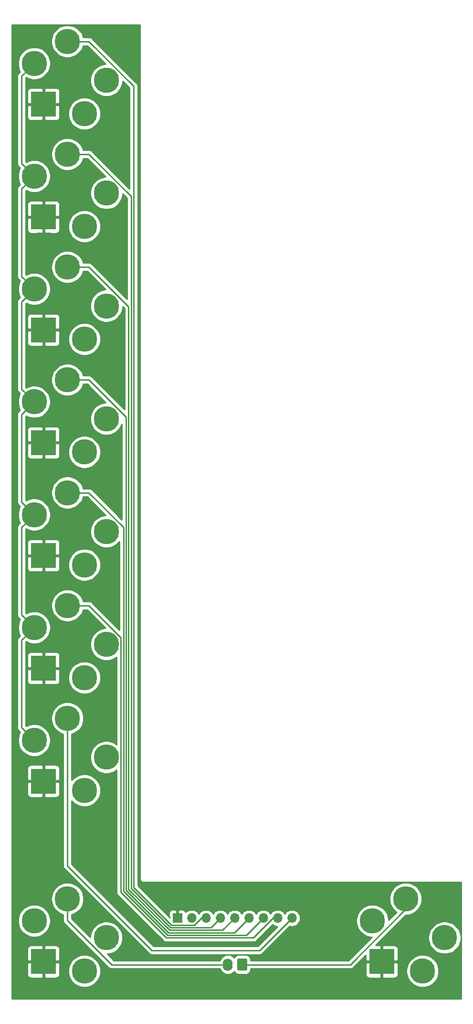
<source format=gbr>
%TF.GenerationSoftware,KiCad,Pcbnew,5.1.6-c6e7f7d~87~ubuntu20.04.1*%
%TF.CreationDate,2020-10-29T23:20:03-04:00*%
%TF.ProjectId,waveshaper-aux,77617665-7368-4617-9065-722d6175782e,rev?*%
%TF.SameCoordinates,Original*%
%TF.FileFunction,Copper,L1,Top*%
%TF.FilePolarity,Positive*%
%FSLAX46Y46*%
G04 Gerber Fmt 4.6, Leading zero omitted, Abs format (unit mm)*
G04 Created by KiCad (PCBNEW 5.1.6-c6e7f7d~87~ubuntu20.04.1) date 2020-10-29 23:20:03*
%MOMM*%
%LPD*%
G01*
G04 APERTURE LIST*
%TA.AperFunction,ComponentPad*%
%ADD10O,1.740000X2.200000*%
%TD*%
%TA.AperFunction,ComponentPad*%
%ADD11O,1.700000X1.700000*%
%TD*%
%TA.AperFunction,ComponentPad*%
%ADD12R,1.700000X1.700000*%
%TD*%
%TA.AperFunction,ComponentPad*%
%ADD13C,4.500001*%
%TD*%
%TA.AperFunction,ComponentPad*%
%ADD14C,4.500000*%
%TD*%
%TA.AperFunction,ComponentPad*%
%ADD15R,4.500001X4.500001*%
%TD*%
%TA.AperFunction,Conductor*%
%ADD16C,0.250000*%
%TD*%
%TA.AperFunction,Conductor*%
%ADD17C,0.254000*%
%TD*%
G04 APERTURE END LIST*
%TO.P,J12,1*%
%TO.N,/Panel and power/OUT*%
%TA.AperFunction,ComponentPad*%
G36*
G01*
X242370000Y-185399999D02*
X242370000Y-187100001D01*
G75*
G02*
X242120001Y-187350000I-249999J0D01*
G01*
X240879999Y-187350000D01*
G75*
G02*
X240630000Y-187100001I0J249999D01*
G01*
X240630000Y-185399999D01*
G75*
G02*
X240879999Y-185150000I249999J0D01*
G01*
X242120001Y-185150000D01*
G75*
G02*
X242370000Y-185399999I0J-249999D01*
G01*
G37*
%TD.AperFunction*%
D10*
%TO.P,J12,2*%
%TO.N,/Panel and power/IN*%
X238960000Y-186250000D03*
%TD*%
D11*
%TO.P,J14,9*%
%TO.N,/Panel and power/CVIN_-3*%
X250320000Y-178000000D03*
%TO.P,J14,8*%
%TO.N,/Panel and power/CVIN_-2*%
X247780000Y-178000000D03*
%TO.P,J14,7*%
%TO.N,/Panel and power/CVIN_-1*%
X245240000Y-178000000D03*
%TO.P,J14,6*%
%TO.N,/Panel and power/CVIN_0*%
X242700000Y-178000000D03*
%TO.P,J14,5*%
%TO.N,/Panel and power/CVIN_+1*%
X240160000Y-178000000D03*
%TO.P,J14,4*%
%TO.N,/Panel and power/CVIN_+2*%
X237620000Y-178000000D03*
%TO.P,J14,3*%
%TO.N,/Panel and power/CVIN_+3*%
X235080000Y-178000000D03*
%TO.P,J14,2*%
%TO.N,Net-(J14-Pad2)*%
X232540000Y-178000000D03*
D12*
%TO.P,J14,1*%
%TO.N,GND*%
X230000000Y-178000000D03*
%TD*%
D13*
%TO.P,J9,RN*%
%TO.N,N/C*%
X213500000Y-155400000D03*
D14*
%TO.P,J9,TN*%
%TO.N,Net-(J14-Pad2)*%
X204600000Y-146500000D03*
D13*
%TO.P,J9,R*%
%TO.N,N/C*%
X217400000Y-149500000D03*
D15*
%TO.P,J9,S*%
%TO.N,GND*%
X206260000Y-153740000D03*
D14*
%TO.P,J9,T*%
%TO.N,/Panel and power/CVIN_-3*%
X210500000Y-142600000D03*
%TD*%
D13*
%TO.P,J8,RN*%
%TO.N,N/C*%
X213500000Y-135400000D03*
D14*
%TO.P,J8,TN*%
%TO.N,Net-(J14-Pad2)*%
X204600000Y-126500000D03*
D13*
%TO.P,J8,R*%
%TO.N,N/C*%
X217400000Y-129500000D03*
D15*
%TO.P,J8,S*%
%TO.N,GND*%
X206260000Y-133740000D03*
D14*
%TO.P,J8,T*%
%TO.N,/Panel and power/CVIN_-2*%
X210500000Y-122600000D03*
%TD*%
D13*
%TO.P,J7,RN*%
%TO.N,N/C*%
X213500000Y-115400000D03*
D14*
%TO.P,J7,TN*%
%TO.N,Net-(J14-Pad2)*%
X204600000Y-106500000D03*
D13*
%TO.P,J7,R*%
%TO.N,N/C*%
X217400000Y-109500000D03*
D15*
%TO.P,J7,S*%
%TO.N,GND*%
X206260000Y-113740000D03*
D14*
%TO.P,J7,T*%
%TO.N,/Panel and power/CVIN_-1*%
X210500000Y-102600000D03*
%TD*%
D13*
%TO.P,J6,RN*%
%TO.N,N/C*%
X213500000Y-95400000D03*
D14*
%TO.P,J6,TN*%
%TO.N,Net-(J14-Pad2)*%
X204600000Y-86500000D03*
D13*
%TO.P,J6,R*%
%TO.N,N/C*%
X217400000Y-89500000D03*
D15*
%TO.P,J6,S*%
%TO.N,GND*%
X206260000Y-93740000D03*
D14*
%TO.P,J6,T*%
%TO.N,/Panel and power/CVIN_0*%
X210500000Y-82600000D03*
%TD*%
D13*
%TO.P,J5,RN*%
%TO.N,N/C*%
X213500000Y-75400000D03*
D14*
%TO.P,J5,TN*%
%TO.N,Net-(J14-Pad2)*%
X204600000Y-66500000D03*
D13*
%TO.P,J5,R*%
%TO.N,N/C*%
X217400000Y-69500000D03*
D15*
%TO.P,J5,S*%
%TO.N,GND*%
X206260000Y-73740000D03*
D14*
%TO.P,J5,T*%
%TO.N,/Panel and power/CVIN_+1*%
X210500000Y-62600000D03*
%TD*%
D13*
%TO.P,J4,RN*%
%TO.N,N/C*%
X213500000Y-55400000D03*
D14*
%TO.P,J4,TN*%
%TO.N,Net-(J14-Pad2)*%
X204600000Y-46500000D03*
D13*
%TO.P,J4,R*%
%TO.N,N/C*%
X217400000Y-49500000D03*
D15*
%TO.P,J4,S*%
%TO.N,GND*%
X206260000Y-53740000D03*
D14*
%TO.P,J4,T*%
%TO.N,/Panel and power/CVIN_+2*%
X210500000Y-42600000D03*
%TD*%
D13*
%TO.P,J3,RN*%
%TO.N,N/C*%
X213500000Y-35400000D03*
D14*
%TO.P,J3,TN*%
%TO.N,Net-(J14-Pad2)*%
X204600000Y-26500000D03*
D13*
%TO.P,J3,R*%
%TO.N,N/C*%
X217400000Y-29500000D03*
D15*
%TO.P,J3,S*%
%TO.N,GND*%
X206260000Y-33740000D03*
D14*
%TO.P,J3,T*%
%TO.N,/Panel and power/CVIN_+3*%
X210500000Y-22600000D03*
%TD*%
D13*
%TO.P,J2,RN*%
%TO.N,N/C*%
X273500000Y-187400000D03*
D14*
%TO.P,J2,TN*%
%TO.N,Net-(J2-PadTN)*%
X264600000Y-178500000D03*
D13*
%TO.P,J2,R*%
%TO.N,N/C*%
X277400000Y-181500000D03*
D15*
%TO.P,J2,S*%
%TO.N,GND*%
X266260000Y-185740000D03*
D14*
%TO.P,J2,T*%
%TO.N,/Panel and power/OUT*%
X270500000Y-174600000D03*
%TD*%
D13*
%TO.P,J1,RN*%
%TO.N,N/C*%
X213500000Y-187400000D03*
D14*
%TO.P,J1,TN*%
%TO.N,Net-(J1-PadTN)*%
X204600000Y-178500000D03*
D13*
%TO.P,J1,R*%
%TO.N,N/C*%
X217400000Y-181500000D03*
D15*
%TO.P,J1,S*%
%TO.N,GND*%
X206260000Y-185740000D03*
D14*
%TO.P,J1,T*%
%TO.N,/Panel and power/IN*%
X210500000Y-174600000D03*
%TD*%
D16*
%TO.N,Net-(J14-Pad2)*%
X202350001Y-144250001D02*
X202350001Y-128749999D01*
X202350001Y-128749999D02*
X204600000Y-126500000D01*
X204600000Y-146500000D02*
X202350001Y-144250001D01*
X202350001Y-108749999D02*
X204600000Y-106500000D01*
X202350001Y-124250001D02*
X202350001Y-108749999D01*
X204600000Y-126500000D02*
X202350001Y-124250001D01*
X202350001Y-88749999D02*
X204600000Y-86500000D01*
X202350001Y-104250001D02*
X202350001Y-88749999D01*
X204600000Y-106500000D02*
X202350001Y-104250001D01*
X202350001Y-68749999D02*
X204600000Y-66500000D01*
X202350001Y-84250001D02*
X202350001Y-68749999D01*
X204600000Y-86500000D02*
X202350001Y-84250001D01*
X202350001Y-48749999D02*
X204600000Y-46500000D01*
X202350001Y-64250001D02*
X202350001Y-48749999D01*
X204600000Y-66500000D02*
X202350001Y-64250001D01*
X202350001Y-28749999D02*
X204600000Y-26500000D01*
X202350001Y-44250001D02*
X202350001Y-28749999D01*
X204600000Y-46500000D02*
X202350001Y-44250001D01*
%TO.N,/Panel and power/IN*%
X238710000Y-186250000D02*
X238960000Y-186250000D01*
X218338998Y-186250000D02*
X238710000Y-186250000D01*
X210500000Y-178411002D02*
X218338998Y-186250000D01*
X210500000Y-174600000D02*
X210500000Y-178411002D01*
%TO.N,/Panel and power/OUT*%
X270500000Y-176414998D02*
X270500000Y-174600000D01*
X260664998Y-186250000D02*
X270500000Y-176414998D01*
X241500000Y-186250000D02*
X260664998Y-186250000D01*
%TO.N,/Panel and power/CVIN_+3*%
X222250000Y-30538998D02*
X214311002Y-22600000D01*
X214311002Y-22600000D02*
X210500000Y-22600000D01*
X235080000Y-178000000D02*
X234279002Y-178000000D01*
X234279002Y-178000000D02*
X233029002Y-179250000D01*
X233029002Y-179250000D02*
X228964998Y-179250000D01*
X228964998Y-179250000D02*
X222250000Y-172535002D01*
X222250000Y-172535002D02*
X222250000Y-30538998D01*
%TO.N,/Panel and power/CVIN_+2*%
X221799989Y-172721402D02*
X228778596Y-179700009D01*
X221799989Y-50088987D02*
X221799989Y-172721402D01*
X214311002Y-42600000D02*
X221799989Y-50088987D01*
X210500000Y-42600000D02*
X214311002Y-42600000D01*
X228778596Y-179700009D02*
X235919991Y-179700009D01*
X235919991Y-179700009D02*
X237620000Y-178000000D01*
%TO.N,/Panel and power/CVIN_+1*%
X210500000Y-62600000D02*
X214311002Y-62600000D01*
X238009981Y-180150019D02*
X240160000Y-178000000D01*
X228592195Y-180150019D02*
X238009981Y-180150019D01*
X214311002Y-62600000D02*
X221349978Y-69638976D01*
X221349978Y-172907802D02*
X228592195Y-180150019D01*
X221349978Y-69638976D02*
X221349978Y-172907802D01*
%TO.N,/Panel and power/CVIN_0*%
X228405798Y-180600033D02*
X220899967Y-173094202D01*
X242700000Y-178000000D02*
X240099967Y-180600033D01*
X240099967Y-180600033D02*
X228405798Y-180600033D01*
X220899967Y-89188965D02*
X214311002Y-82600000D01*
X220899967Y-173094202D02*
X220899967Y-89188965D01*
X214311002Y-82600000D02*
X210500000Y-82600000D01*
%TO.N,/Panel and power/CVIN_-1*%
X210500000Y-102600000D02*
X214311002Y-102600000D01*
X220449956Y-173280602D02*
X228219391Y-181050037D01*
X242189963Y-181050037D02*
X245240000Y-178000000D01*
X214311002Y-102600000D02*
X220449956Y-108738954D01*
X228219391Y-181050037D02*
X242189963Y-181050037D01*
X220449956Y-108738954D02*
X220449956Y-173280602D01*
%TO.N,/Panel and power/CVIN_-2*%
X214311002Y-122600000D02*
X210500000Y-122600000D01*
X219975001Y-128263999D02*
X214311002Y-122600000D01*
X219975001Y-173442051D02*
X219975001Y-128263999D01*
X228032996Y-181500046D02*
X219975001Y-173442051D01*
X243478955Y-181500047D02*
X228032996Y-181500046D01*
X246979002Y-178000000D02*
X243478955Y-181500047D01*
X247780000Y-178000000D02*
X246979002Y-178000000D01*
%TO.N,/Panel and power/CVIN_-3*%
X225500000Y-183750000D02*
X244570000Y-183750000D01*
X244570000Y-183750000D02*
X250320000Y-178000000D01*
X210500000Y-168750000D02*
X225500000Y-183750000D01*
X210500000Y-142600000D02*
X210500000Y-168750000D01*
%TD*%
D17*
%TO.N,GND*%
G36*
X223340001Y-170967570D02*
G01*
X223336807Y-171000000D01*
X223349550Y-171129383D01*
X223387290Y-171253793D01*
X223448575Y-171368450D01*
X223531052Y-171468948D01*
X223631550Y-171551425D01*
X223746207Y-171612710D01*
X223870617Y-171650450D01*
X223967581Y-171660000D01*
X224000000Y-171663193D01*
X224032419Y-171660000D01*
X280340000Y-171660000D01*
X280340001Y-192340000D01*
X200660000Y-192340000D01*
X200660000Y-187990000D01*
X203371928Y-187990000D01*
X203384188Y-188114482D01*
X203420498Y-188234180D01*
X203479463Y-188344494D01*
X203558815Y-188441185D01*
X203655506Y-188520537D01*
X203765820Y-188579502D01*
X203885518Y-188615812D01*
X204010000Y-188628072D01*
X205974250Y-188625000D01*
X206133000Y-188466250D01*
X206133000Y-185867000D01*
X206387000Y-185867000D01*
X206387000Y-188466250D01*
X206545750Y-188625000D01*
X208510000Y-188628072D01*
X208634482Y-188615812D01*
X208754180Y-188579502D01*
X208864494Y-188520537D01*
X208961185Y-188441185D01*
X209040537Y-188344494D01*
X209099502Y-188234180D01*
X209135812Y-188114482D01*
X209148072Y-187990000D01*
X209146705Y-187115852D01*
X210615000Y-187115852D01*
X210615000Y-187684148D01*
X210725869Y-188241523D01*
X210943346Y-188766560D01*
X211259074Y-189239080D01*
X211660920Y-189640926D01*
X212133440Y-189956654D01*
X212658477Y-190174131D01*
X213215852Y-190285000D01*
X213784148Y-190285000D01*
X214341523Y-190174131D01*
X214866560Y-189956654D01*
X215339080Y-189640926D01*
X215740926Y-189239080D01*
X216056654Y-188766560D01*
X216274131Y-188241523D01*
X216385000Y-187684148D01*
X216385000Y-187115852D01*
X216274131Y-186558477D01*
X216056654Y-186033440D01*
X215740926Y-185560920D01*
X215339080Y-185159074D01*
X214866560Y-184843346D01*
X214341523Y-184625869D01*
X213784148Y-184515000D01*
X213215852Y-184515000D01*
X212658477Y-184625869D01*
X212133440Y-184843346D01*
X211660920Y-185159074D01*
X211259074Y-185560920D01*
X210943346Y-186033440D01*
X210725869Y-186558477D01*
X210615000Y-187115852D01*
X209146705Y-187115852D01*
X209145000Y-186025750D01*
X208986250Y-185867000D01*
X206387000Y-185867000D01*
X206133000Y-185867000D01*
X203533750Y-185867000D01*
X203375000Y-186025750D01*
X203371928Y-187990000D01*
X200660000Y-187990000D01*
X200660000Y-183490000D01*
X203371928Y-183490000D01*
X203375000Y-185454250D01*
X203533750Y-185613000D01*
X206133000Y-185613000D01*
X206133000Y-183013750D01*
X206387000Y-183013750D01*
X206387000Y-185613000D01*
X208986250Y-185613000D01*
X209145000Y-185454250D01*
X209148072Y-183490000D01*
X209135812Y-183365518D01*
X209099502Y-183245820D01*
X209040537Y-183135506D01*
X208961185Y-183038815D01*
X208864494Y-182959463D01*
X208754180Y-182900498D01*
X208634482Y-182864188D01*
X208510000Y-182851928D01*
X206545750Y-182855000D01*
X206387000Y-183013750D01*
X206133000Y-183013750D01*
X205974250Y-182855000D01*
X204010000Y-182851928D01*
X203885518Y-182864188D01*
X203765820Y-182900498D01*
X203655506Y-182959463D01*
X203558815Y-183038815D01*
X203479463Y-183135506D01*
X203420498Y-183245820D01*
X203384188Y-183365518D01*
X203371928Y-183490000D01*
X200660000Y-183490000D01*
X200660000Y-178215852D01*
X201715000Y-178215852D01*
X201715000Y-178784148D01*
X201825869Y-179341523D01*
X202043346Y-179866560D01*
X202359074Y-180339080D01*
X202760920Y-180740926D01*
X203233440Y-181056654D01*
X203758477Y-181274131D01*
X204315852Y-181385000D01*
X204884148Y-181385000D01*
X205441523Y-181274131D01*
X205966560Y-181056654D01*
X206439080Y-180740926D01*
X206840926Y-180339080D01*
X207156654Y-179866560D01*
X207374131Y-179341523D01*
X207485000Y-178784148D01*
X207485000Y-178215852D01*
X207374131Y-177658477D01*
X207156654Y-177133440D01*
X206840926Y-176660920D01*
X206439080Y-176259074D01*
X205966560Y-175943346D01*
X205441523Y-175725869D01*
X204884148Y-175615000D01*
X204315852Y-175615000D01*
X203758477Y-175725869D01*
X203233440Y-175943346D01*
X202760920Y-176259074D01*
X202359074Y-176660920D01*
X202043346Y-177133440D01*
X201825869Y-177658477D01*
X201715000Y-178215852D01*
X200660000Y-178215852D01*
X200660000Y-155990000D01*
X203371928Y-155990000D01*
X203384188Y-156114482D01*
X203420498Y-156234180D01*
X203479463Y-156344494D01*
X203558815Y-156441185D01*
X203655506Y-156520537D01*
X203765820Y-156579502D01*
X203885518Y-156615812D01*
X204010000Y-156628072D01*
X205974250Y-156625000D01*
X206133000Y-156466250D01*
X206133000Y-153867000D01*
X206387000Y-153867000D01*
X206387000Y-156466250D01*
X206545750Y-156625000D01*
X208510000Y-156628072D01*
X208634482Y-156615812D01*
X208754180Y-156579502D01*
X208864494Y-156520537D01*
X208961185Y-156441185D01*
X209040537Y-156344494D01*
X209099502Y-156234180D01*
X209135812Y-156114482D01*
X209148072Y-155990000D01*
X209145000Y-154025750D01*
X208986250Y-153867000D01*
X206387000Y-153867000D01*
X206133000Y-153867000D01*
X203533750Y-153867000D01*
X203375000Y-154025750D01*
X203371928Y-155990000D01*
X200660000Y-155990000D01*
X200660000Y-151490000D01*
X203371928Y-151490000D01*
X203375000Y-153454250D01*
X203533750Y-153613000D01*
X206133000Y-153613000D01*
X206133000Y-151013750D01*
X206387000Y-151013750D01*
X206387000Y-153613000D01*
X208986250Y-153613000D01*
X209145000Y-153454250D01*
X209148072Y-151490000D01*
X209135812Y-151365518D01*
X209099502Y-151245820D01*
X209040537Y-151135506D01*
X208961185Y-151038815D01*
X208864494Y-150959463D01*
X208754180Y-150900498D01*
X208634482Y-150864188D01*
X208510000Y-150851928D01*
X206545750Y-150855000D01*
X206387000Y-151013750D01*
X206133000Y-151013750D01*
X205974250Y-150855000D01*
X204010000Y-150851928D01*
X203885518Y-150864188D01*
X203765820Y-150900498D01*
X203655506Y-150959463D01*
X203558815Y-151038815D01*
X203479463Y-151135506D01*
X203420498Y-151245820D01*
X203384188Y-151365518D01*
X203371928Y-151490000D01*
X200660000Y-151490000D01*
X200660000Y-28749999D01*
X201586325Y-28749999D01*
X201590002Y-28787332D01*
X201590001Y-44212679D01*
X201586325Y-44250001D01*
X201590001Y-44287323D01*
X201590001Y-44287333D01*
X201600998Y-44398986D01*
X201644455Y-44542247D01*
X201715027Y-44674277D01*
X201754872Y-44722827D01*
X201810000Y-44790002D01*
X201839004Y-44813805D01*
X202089526Y-45064327D01*
X202043346Y-45133440D01*
X201825869Y-45658477D01*
X201715000Y-46215852D01*
X201715000Y-46784148D01*
X201825869Y-47341523D01*
X202043346Y-47866560D01*
X202089526Y-47935673D01*
X201838999Y-48186200D01*
X201810001Y-48209998D01*
X201786203Y-48238996D01*
X201786202Y-48238997D01*
X201715027Y-48325723D01*
X201644455Y-48457753D01*
X201600999Y-48601014D01*
X201586325Y-48749999D01*
X201590002Y-48787332D01*
X201590001Y-64212679D01*
X201586325Y-64250001D01*
X201590001Y-64287323D01*
X201590001Y-64287333D01*
X201600998Y-64398986D01*
X201644455Y-64542247D01*
X201715027Y-64674277D01*
X201754872Y-64722827D01*
X201810000Y-64790002D01*
X201839004Y-64813805D01*
X202089526Y-65064327D01*
X202043346Y-65133440D01*
X201825869Y-65658477D01*
X201715000Y-66215852D01*
X201715000Y-66784148D01*
X201825869Y-67341523D01*
X202043346Y-67866560D01*
X202089526Y-67935673D01*
X201838999Y-68186200D01*
X201810001Y-68209998D01*
X201786203Y-68238996D01*
X201786202Y-68238997D01*
X201715027Y-68325723D01*
X201644455Y-68457753D01*
X201600999Y-68601014D01*
X201586325Y-68749999D01*
X201590002Y-68787332D01*
X201590001Y-84212679D01*
X201586325Y-84250001D01*
X201590001Y-84287323D01*
X201590001Y-84287333D01*
X201600998Y-84398986D01*
X201644455Y-84542247D01*
X201715027Y-84674277D01*
X201754872Y-84722827D01*
X201810000Y-84790002D01*
X201839004Y-84813805D01*
X202089526Y-85064327D01*
X202043346Y-85133440D01*
X201825869Y-85658477D01*
X201715000Y-86215852D01*
X201715000Y-86784148D01*
X201825869Y-87341523D01*
X202043346Y-87866560D01*
X202089526Y-87935673D01*
X201838999Y-88186200D01*
X201810001Y-88209998D01*
X201786203Y-88238996D01*
X201786202Y-88238997D01*
X201715027Y-88325723D01*
X201644455Y-88457753D01*
X201600999Y-88601014D01*
X201586325Y-88749999D01*
X201590002Y-88787332D01*
X201590001Y-104212679D01*
X201586325Y-104250001D01*
X201590001Y-104287323D01*
X201590001Y-104287333D01*
X201600998Y-104398986D01*
X201644455Y-104542247D01*
X201715027Y-104674277D01*
X201754872Y-104722827D01*
X201810000Y-104790002D01*
X201839004Y-104813805D01*
X202089526Y-105064327D01*
X202043346Y-105133440D01*
X201825869Y-105658477D01*
X201715000Y-106215852D01*
X201715000Y-106784148D01*
X201825869Y-107341523D01*
X202043346Y-107866560D01*
X202089526Y-107935673D01*
X201838999Y-108186200D01*
X201810001Y-108209998D01*
X201786203Y-108238996D01*
X201786202Y-108238997D01*
X201715027Y-108325723D01*
X201644455Y-108457753D01*
X201614181Y-108557557D01*
X201604350Y-108589968D01*
X201600999Y-108601014D01*
X201586325Y-108749999D01*
X201590002Y-108787332D01*
X201590001Y-124212679D01*
X201586325Y-124250001D01*
X201590001Y-124287323D01*
X201590001Y-124287333D01*
X201600998Y-124398986D01*
X201644455Y-124542247D01*
X201715027Y-124674277D01*
X201754872Y-124722827D01*
X201810000Y-124790002D01*
X201839004Y-124813805D01*
X202089526Y-125064327D01*
X202043346Y-125133440D01*
X201825869Y-125658477D01*
X201715000Y-126215852D01*
X201715000Y-126784148D01*
X201825869Y-127341523D01*
X202043346Y-127866560D01*
X202089526Y-127935673D01*
X201838999Y-128186200D01*
X201810001Y-128209998D01*
X201786203Y-128238996D01*
X201786202Y-128238997D01*
X201715027Y-128325723D01*
X201644455Y-128457753D01*
X201600999Y-128601014D01*
X201586325Y-128749999D01*
X201590002Y-128787332D01*
X201590001Y-144212679D01*
X201586325Y-144250001D01*
X201590001Y-144287323D01*
X201590001Y-144287333D01*
X201600998Y-144398986D01*
X201644455Y-144542247D01*
X201715027Y-144674277D01*
X201754872Y-144722827D01*
X201810000Y-144790002D01*
X201839004Y-144813805D01*
X202089526Y-145064327D01*
X202043346Y-145133440D01*
X201825869Y-145658477D01*
X201715000Y-146215852D01*
X201715000Y-146784148D01*
X201825869Y-147341523D01*
X202043346Y-147866560D01*
X202359074Y-148339080D01*
X202760920Y-148740926D01*
X203233440Y-149056654D01*
X203758477Y-149274131D01*
X204315852Y-149385000D01*
X204884148Y-149385000D01*
X205441523Y-149274131D01*
X205966560Y-149056654D01*
X206439080Y-148740926D01*
X206840926Y-148339080D01*
X207156654Y-147866560D01*
X207374131Y-147341523D01*
X207485000Y-146784148D01*
X207485000Y-146215852D01*
X207374131Y-145658477D01*
X207156654Y-145133440D01*
X206840926Y-144660920D01*
X206439080Y-144259074D01*
X205966560Y-143943346D01*
X205441523Y-143725869D01*
X204884148Y-143615000D01*
X204315852Y-143615000D01*
X203758477Y-143725869D01*
X203233440Y-143943346D01*
X203164327Y-143989526D01*
X203110001Y-143935200D01*
X203110001Y-135990000D01*
X203371928Y-135990000D01*
X203384188Y-136114482D01*
X203420498Y-136234180D01*
X203479463Y-136344494D01*
X203558815Y-136441185D01*
X203655506Y-136520537D01*
X203765820Y-136579502D01*
X203885518Y-136615812D01*
X204010000Y-136628072D01*
X205974250Y-136625000D01*
X206133000Y-136466250D01*
X206133000Y-133867000D01*
X206387000Y-133867000D01*
X206387000Y-136466250D01*
X206545750Y-136625000D01*
X208510000Y-136628072D01*
X208634482Y-136615812D01*
X208754180Y-136579502D01*
X208864494Y-136520537D01*
X208961185Y-136441185D01*
X209040537Y-136344494D01*
X209099502Y-136234180D01*
X209135812Y-136114482D01*
X209148072Y-135990000D01*
X209146705Y-135115852D01*
X210615000Y-135115852D01*
X210615000Y-135684148D01*
X210725869Y-136241523D01*
X210943346Y-136766560D01*
X211259074Y-137239080D01*
X211660920Y-137640926D01*
X212133440Y-137956654D01*
X212658477Y-138174131D01*
X213215852Y-138285000D01*
X213784148Y-138285000D01*
X214341523Y-138174131D01*
X214866560Y-137956654D01*
X215339080Y-137640926D01*
X215740926Y-137239080D01*
X216056654Y-136766560D01*
X216274131Y-136241523D01*
X216385000Y-135684148D01*
X216385000Y-135115852D01*
X216274131Y-134558477D01*
X216056654Y-134033440D01*
X215740926Y-133560920D01*
X215339080Y-133159074D01*
X214866560Y-132843346D01*
X214341523Y-132625869D01*
X213784148Y-132515000D01*
X213215852Y-132515000D01*
X212658477Y-132625869D01*
X212133440Y-132843346D01*
X211660920Y-133159074D01*
X211259074Y-133560920D01*
X210943346Y-134033440D01*
X210725869Y-134558477D01*
X210615000Y-135115852D01*
X209146705Y-135115852D01*
X209145000Y-134025750D01*
X208986250Y-133867000D01*
X206387000Y-133867000D01*
X206133000Y-133867000D01*
X203533750Y-133867000D01*
X203375000Y-134025750D01*
X203371928Y-135990000D01*
X203110001Y-135990000D01*
X203110001Y-131490000D01*
X203371928Y-131490000D01*
X203375000Y-133454250D01*
X203533750Y-133613000D01*
X206133000Y-133613000D01*
X206133000Y-131013750D01*
X206387000Y-131013750D01*
X206387000Y-133613000D01*
X208986250Y-133613000D01*
X209145000Y-133454250D01*
X209148072Y-131490000D01*
X209135812Y-131365518D01*
X209099502Y-131245820D01*
X209040537Y-131135506D01*
X208961185Y-131038815D01*
X208864494Y-130959463D01*
X208754180Y-130900498D01*
X208634482Y-130864188D01*
X208510000Y-130851928D01*
X206545750Y-130855000D01*
X206387000Y-131013750D01*
X206133000Y-131013750D01*
X205974250Y-130855000D01*
X204010000Y-130851928D01*
X203885518Y-130864188D01*
X203765820Y-130900498D01*
X203655506Y-130959463D01*
X203558815Y-131038815D01*
X203479463Y-131135506D01*
X203420498Y-131245820D01*
X203384188Y-131365518D01*
X203371928Y-131490000D01*
X203110001Y-131490000D01*
X203110001Y-129064800D01*
X203164327Y-129010474D01*
X203233440Y-129056654D01*
X203758477Y-129274131D01*
X204315852Y-129385000D01*
X204884148Y-129385000D01*
X205441523Y-129274131D01*
X205966560Y-129056654D01*
X206439080Y-128740926D01*
X206840926Y-128339080D01*
X207156654Y-127866560D01*
X207374131Y-127341523D01*
X207485000Y-126784148D01*
X207485000Y-126215852D01*
X207374131Y-125658477D01*
X207156654Y-125133440D01*
X206840926Y-124660920D01*
X206439080Y-124259074D01*
X205966560Y-123943346D01*
X205441523Y-123725869D01*
X204884148Y-123615000D01*
X204315852Y-123615000D01*
X203758477Y-123725869D01*
X203233440Y-123943346D01*
X203164327Y-123989526D01*
X203110001Y-123935200D01*
X203110001Y-115990000D01*
X203371928Y-115990000D01*
X203384188Y-116114482D01*
X203420498Y-116234180D01*
X203479463Y-116344494D01*
X203558815Y-116441185D01*
X203655506Y-116520537D01*
X203765820Y-116579502D01*
X203885518Y-116615812D01*
X204010000Y-116628072D01*
X205974250Y-116625000D01*
X206133000Y-116466250D01*
X206133000Y-113867000D01*
X206387000Y-113867000D01*
X206387000Y-116466250D01*
X206545750Y-116625000D01*
X208510000Y-116628072D01*
X208634482Y-116615812D01*
X208754180Y-116579502D01*
X208864494Y-116520537D01*
X208961185Y-116441185D01*
X209040537Y-116344494D01*
X209099502Y-116234180D01*
X209135812Y-116114482D01*
X209148072Y-115990000D01*
X209146705Y-115115852D01*
X210615000Y-115115852D01*
X210615000Y-115684148D01*
X210725869Y-116241523D01*
X210943346Y-116766560D01*
X211259074Y-117239080D01*
X211660920Y-117640926D01*
X212133440Y-117956654D01*
X212658477Y-118174131D01*
X213215852Y-118285000D01*
X213784148Y-118285000D01*
X214341523Y-118174131D01*
X214866560Y-117956654D01*
X215339080Y-117640926D01*
X215740926Y-117239080D01*
X216056654Y-116766560D01*
X216274131Y-116241523D01*
X216385000Y-115684148D01*
X216385000Y-115115852D01*
X216274131Y-114558477D01*
X216056654Y-114033440D01*
X215740926Y-113560920D01*
X215339080Y-113159074D01*
X214866560Y-112843346D01*
X214341523Y-112625869D01*
X213784148Y-112515000D01*
X213215852Y-112515000D01*
X212658477Y-112625869D01*
X212133440Y-112843346D01*
X211660920Y-113159074D01*
X211259074Y-113560920D01*
X210943346Y-114033440D01*
X210725869Y-114558477D01*
X210615000Y-115115852D01*
X209146705Y-115115852D01*
X209145000Y-114025750D01*
X208986250Y-113867000D01*
X206387000Y-113867000D01*
X206133000Y-113867000D01*
X203533750Y-113867000D01*
X203375000Y-114025750D01*
X203371928Y-115990000D01*
X203110001Y-115990000D01*
X203110001Y-111490000D01*
X203371928Y-111490000D01*
X203375000Y-113454250D01*
X203533750Y-113613000D01*
X206133000Y-113613000D01*
X206133000Y-111013750D01*
X206387000Y-111013750D01*
X206387000Y-113613000D01*
X208986250Y-113613000D01*
X209145000Y-113454250D01*
X209148072Y-111490000D01*
X209135812Y-111365518D01*
X209099502Y-111245820D01*
X209040537Y-111135506D01*
X208961185Y-111038815D01*
X208864494Y-110959463D01*
X208754180Y-110900498D01*
X208634482Y-110864188D01*
X208510000Y-110851928D01*
X206545750Y-110855000D01*
X206387000Y-111013750D01*
X206133000Y-111013750D01*
X205974250Y-110855000D01*
X204010000Y-110851928D01*
X203885518Y-110864188D01*
X203765820Y-110900498D01*
X203655506Y-110959463D01*
X203558815Y-111038815D01*
X203479463Y-111135506D01*
X203420498Y-111245820D01*
X203384188Y-111365518D01*
X203371928Y-111490000D01*
X203110001Y-111490000D01*
X203110001Y-109064800D01*
X203164327Y-109010474D01*
X203233440Y-109056654D01*
X203758477Y-109274131D01*
X204315852Y-109385000D01*
X204884148Y-109385000D01*
X205441523Y-109274131D01*
X205966560Y-109056654D01*
X206439080Y-108740926D01*
X206840926Y-108339080D01*
X207156654Y-107866560D01*
X207374131Y-107341523D01*
X207485000Y-106784148D01*
X207485000Y-106215852D01*
X207374131Y-105658477D01*
X207156654Y-105133440D01*
X206840926Y-104660920D01*
X206439080Y-104259074D01*
X205966560Y-103943346D01*
X205441523Y-103725869D01*
X204884148Y-103615000D01*
X204315852Y-103615000D01*
X203758477Y-103725869D01*
X203233440Y-103943346D01*
X203164327Y-103989526D01*
X203110001Y-103935200D01*
X203110001Y-95990000D01*
X203371928Y-95990000D01*
X203384188Y-96114482D01*
X203420498Y-96234180D01*
X203479463Y-96344494D01*
X203558815Y-96441185D01*
X203655506Y-96520537D01*
X203765820Y-96579502D01*
X203885518Y-96615812D01*
X204010000Y-96628072D01*
X205974250Y-96625000D01*
X206133000Y-96466250D01*
X206133000Y-93867000D01*
X206387000Y-93867000D01*
X206387000Y-96466250D01*
X206545750Y-96625000D01*
X208510000Y-96628072D01*
X208634482Y-96615812D01*
X208754180Y-96579502D01*
X208864494Y-96520537D01*
X208961185Y-96441185D01*
X209040537Y-96344494D01*
X209099502Y-96234180D01*
X209135812Y-96114482D01*
X209148072Y-95990000D01*
X209146705Y-95115852D01*
X210615000Y-95115852D01*
X210615000Y-95684148D01*
X210725869Y-96241523D01*
X210943346Y-96766560D01*
X211259074Y-97239080D01*
X211660920Y-97640926D01*
X212133440Y-97956654D01*
X212658477Y-98174131D01*
X213215852Y-98285000D01*
X213784148Y-98285000D01*
X214341523Y-98174131D01*
X214866560Y-97956654D01*
X215339080Y-97640926D01*
X215740926Y-97239080D01*
X216056654Y-96766560D01*
X216274131Y-96241523D01*
X216385000Y-95684148D01*
X216385000Y-95115852D01*
X216274131Y-94558477D01*
X216056654Y-94033440D01*
X215740926Y-93560920D01*
X215339080Y-93159074D01*
X214866560Y-92843346D01*
X214341523Y-92625869D01*
X213784148Y-92515000D01*
X213215852Y-92515000D01*
X212658477Y-92625869D01*
X212133440Y-92843346D01*
X211660920Y-93159074D01*
X211259074Y-93560920D01*
X210943346Y-94033440D01*
X210725869Y-94558477D01*
X210615000Y-95115852D01*
X209146705Y-95115852D01*
X209145000Y-94025750D01*
X208986250Y-93867000D01*
X206387000Y-93867000D01*
X206133000Y-93867000D01*
X203533750Y-93867000D01*
X203375000Y-94025750D01*
X203371928Y-95990000D01*
X203110001Y-95990000D01*
X203110001Y-91490000D01*
X203371928Y-91490000D01*
X203375000Y-93454250D01*
X203533750Y-93613000D01*
X206133000Y-93613000D01*
X206133000Y-91013750D01*
X206387000Y-91013750D01*
X206387000Y-93613000D01*
X208986250Y-93613000D01*
X209145000Y-93454250D01*
X209148072Y-91490000D01*
X209135812Y-91365518D01*
X209099502Y-91245820D01*
X209040537Y-91135506D01*
X208961185Y-91038815D01*
X208864494Y-90959463D01*
X208754180Y-90900498D01*
X208634482Y-90864188D01*
X208510000Y-90851928D01*
X206545750Y-90855000D01*
X206387000Y-91013750D01*
X206133000Y-91013750D01*
X205974250Y-90855000D01*
X204010000Y-90851928D01*
X203885518Y-90864188D01*
X203765820Y-90900498D01*
X203655506Y-90959463D01*
X203558815Y-91038815D01*
X203479463Y-91135506D01*
X203420498Y-91245820D01*
X203384188Y-91365518D01*
X203371928Y-91490000D01*
X203110001Y-91490000D01*
X203110001Y-89064800D01*
X203164327Y-89010474D01*
X203233440Y-89056654D01*
X203758477Y-89274131D01*
X204315852Y-89385000D01*
X204884148Y-89385000D01*
X205441523Y-89274131D01*
X205966560Y-89056654D01*
X206439080Y-88740926D01*
X206840926Y-88339080D01*
X207156654Y-87866560D01*
X207374131Y-87341523D01*
X207485000Y-86784148D01*
X207485000Y-86215852D01*
X207374131Y-85658477D01*
X207156654Y-85133440D01*
X206840926Y-84660920D01*
X206439080Y-84259074D01*
X205966560Y-83943346D01*
X205441523Y-83725869D01*
X204884148Y-83615000D01*
X204315852Y-83615000D01*
X203758477Y-83725869D01*
X203233440Y-83943346D01*
X203164327Y-83989526D01*
X203110001Y-83935200D01*
X203110001Y-75990000D01*
X203371928Y-75990000D01*
X203384188Y-76114482D01*
X203420498Y-76234180D01*
X203479463Y-76344494D01*
X203558815Y-76441185D01*
X203655506Y-76520537D01*
X203765820Y-76579502D01*
X203885518Y-76615812D01*
X204010000Y-76628072D01*
X205974250Y-76625000D01*
X206133000Y-76466250D01*
X206133000Y-73867000D01*
X206387000Y-73867000D01*
X206387000Y-76466250D01*
X206545750Y-76625000D01*
X208510000Y-76628072D01*
X208634482Y-76615812D01*
X208754180Y-76579502D01*
X208864494Y-76520537D01*
X208961185Y-76441185D01*
X209040537Y-76344494D01*
X209099502Y-76234180D01*
X209135812Y-76114482D01*
X209148072Y-75990000D01*
X209146705Y-75115852D01*
X210615000Y-75115852D01*
X210615000Y-75684148D01*
X210725869Y-76241523D01*
X210943346Y-76766560D01*
X211259074Y-77239080D01*
X211660920Y-77640926D01*
X212133440Y-77956654D01*
X212658477Y-78174131D01*
X213215852Y-78285000D01*
X213784148Y-78285000D01*
X214341523Y-78174131D01*
X214866560Y-77956654D01*
X215339080Y-77640926D01*
X215740926Y-77239080D01*
X216056654Y-76766560D01*
X216274131Y-76241523D01*
X216385000Y-75684148D01*
X216385000Y-75115852D01*
X216274131Y-74558477D01*
X216056654Y-74033440D01*
X215740926Y-73560920D01*
X215339080Y-73159074D01*
X214866560Y-72843346D01*
X214341523Y-72625869D01*
X213784148Y-72515000D01*
X213215852Y-72515000D01*
X212658477Y-72625869D01*
X212133440Y-72843346D01*
X211660920Y-73159074D01*
X211259074Y-73560920D01*
X210943346Y-74033440D01*
X210725869Y-74558477D01*
X210615000Y-75115852D01*
X209146705Y-75115852D01*
X209145000Y-74025750D01*
X208986250Y-73867000D01*
X206387000Y-73867000D01*
X206133000Y-73867000D01*
X203533750Y-73867000D01*
X203375000Y-74025750D01*
X203371928Y-75990000D01*
X203110001Y-75990000D01*
X203110001Y-71490000D01*
X203371928Y-71490000D01*
X203375000Y-73454250D01*
X203533750Y-73613000D01*
X206133000Y-73613000D01*
X206133000Y-71013750D01*
X206387000Y-71013750D01*
X206387000Y-73613000D01*
X208986250Y-73613000D01*
X209145000Y-73454250D01*
X209148072Y-71490000D01*
X209135812Y-71365518D01*
X209099502Y-71245820D01*
X209040537Y-71135506D01*
X208961185Y-71038815D01*
X208864494Y-70959463D01*
X208754180Y-70900498D01*
X208634482Y-70864188D01*
X208510000Y-70851928D01*
X206545750Y-70855000D01*
X206387000Y-71013750D01*
X206133000Y-71013750D01*
X205974250Y-70855000D01*
X204010000Y-70851928D01*
X203885518Y-70864188D01*
X203765820Y-70900498D01*
X203655506Y-70959463D01*
X203558815Y-71038815D01*
X203479463Y-71135506D01*
X203420498Y-71245820D01*
X203384188Y-71365518D01*
X203371928Y-71490000D01*
X203110001Y-71490000D01*
X203110001Y-69064800D01*
X203164327Y-69010474D01*
X203233440Y-69056654D01*
X203758477Y-69274131D01*
X204315852Y-69385000D01*
X204884148Y-69385000D01*
X205441523Y-69274131D01*
X205966560Y-69056654D01*
X206439080Y-68740926D01*
X206840926Y-68339080D01*
X207156654Y-67866560D01*
X207374131Y-67341523D01*
X207485000Y-66784148D01*
X207485000Y-66215852D01*
X207374131Y-65658477D01*
X207156654Y-65133440D01*
X206840926Y-64660920D01*
X206439080Y-64259074D01*
X205966560Y-63943346D01*
X205441523Y-63725869D01*
X204884148Y-63615000D01*
X204315852Y-63615000D01*
X203758477Y-63725869D01*
X203233440Y-63943346D01*
X203164327Y-63989526D01*
X203110001Y-63935200D01*
X203110001Y-55990000D01*
X203371928Y-55990000D01*
X203384188Y-56114482D01*
X203420498Y-56234180D01*
X203479463Y-56344494D01*
X203558815Y-56441185D01*
X203655506Y-56520537D01*
X203765820Y-56579502D01*
X203885518Y-56615812D01*
X204010000Y-56628072D01*
X205974250Y-56625000D01*
X206133000Y-56466250D01*
X206133000Y-53867000D01*
X206387000Y-53867000D01*
X206387000Y-56466250D01*
X206545750Y-56625000D01*
X208510000Y-56628072D01*
X208634482Y-56615812D01*
X208754180Y-56579502D01*
X208864494Y-56520537D01*
X208961185Y-56441185D01*
X209040537Y-56344494D01*
X209099502Y-56234180D01*
X209135812Y-56114482D01*
X209148072Y-55990000D01*
X209146705Y-55115852D01*
X210615000Y-55115852D01*
X210615000Y-55684148D01*
X210725869Y-56241523D01*
X210943346Y-56766560D01*
X211259074Y-57239080D01*
X211660920Y-57640926D01*
X212133440Y-57956654D01*
X212658477Y-58174131D01*
X213215852Y-58285000D01*
X213784148Y-58285000D01*
X214341523Y-58174131D01*
X214866560Y-57956654D01*
X215339080Y-57640926D01*
X215740926Y-57239080D01*
X216056654Y-56766560D01*
X216274131Y-56241523D01*
X216385000Y-55684148D01*
X216385000Y-55115852D01*
X216274131Y-54558477D01*
X216056654Y-54033440D01*
X215740926Y-53560920D01*
X215339080Y-53159074D01*
X214866560Y-52843346D01*
X214341523Y-52625869D01*
X213784148Y-52515000D01*
X213215852Y-52515000D01*
X212658477Y-52625869D01*
X212133440Y-52843346D01*
X211660920Y-53159074D01*
X211259074Y-53560920D01*
X210943346Y-54033440D01*
X210725869Y-54558477D01*
X210615000Y-55115852D01*
X209146705Y-55115852D01*
X209145000Y-54025750D01*
X208986250Y-53867000D01*
X206387000Y-53867000D01*
X206133000Y-53867000D01*
X203533750Y-53867000D01*
X203375000Y-54025750D01*
X203371928Y-55990000D01*
X203110001Y-55990000D01*
X203110001Y-51490000D01*
X203371928Y-51490000D01*
X203375000Y-53454250D01*
X203533750Y-53613000D01*
X206133000Y-53613000D01*
X206133000Y-51013750D01*
X206387000Y-51013750D01*
X206387000Y-53613000D01*
X208986250Y-53613000D01*
X209145000Y-53454250D01*
X209148072Y-51490000D01*
X209135812Y-51365518D01*
X209099502Y-51245820D01*
X209040537Y-51135506D01*
X208961185Y-51038815D01*
X208864494Y-50959463D01*
X208754180Y-50900498D01*
X208634482Y-50864188D01*
X208510000Y-50851928D01*
X206545750Y-50855000D01*
X206387000Y-51013750D01*
X206133000Y-51013750D01*
X205974250Y-50855000D01*
X204010000Y-50851928D01*
X203885518Y-50864188D01*
X203765820Y-50900498D01*
X203655506Y-50959463D01*
X203558815Y-51038815D01*
X203479463Y-51135506D01*
X203420498Y-51245820D01*
X203384188Y-51365518D01*
X203371928Y-51490000D01*
X203110001Y-51490000D01*
X203110001Y-49064800D01*
X203164327Y-49010474D01*
X203233440Y-49056654D01*
X203758477Y-49274131D01*
X204315852Y-49385000D01*
X204884148Y-49385000D01*
X205441523Y-49274131D01*
X205966560Y-49056654D01*
X206439080Y-48740926D01*
X206840926Y-48339080D01*
X207156654Y-47866560D01*
X207374131Y-47341523D01*
X207485000Y-46784148D01*
X207485000Y-46215852D01*
X207374131Y-45658477D01*
X207156654Y-45133440D01*
X206840926Y-44660920D01*
X206439080Y-44259074D01*
X205966560Y-43943346D01*
X205441523Y-43725869D01*
X204884148Y-43615000D01*
X204315852Y-43615000D01*
X203758477Y-43725869D01*
X203233440Y-43943346D01*
X203164327Y-43989526D01*
X203110001Y-43935200D01*
X203110001Y-35990000D01*
X203371928Y-35990000D01*
X203384188Y-36114482D01*
X203420498Y-36234180D01*
X203479463Y-36344494D01*
X203558815Y-36441185D01*
X203655506Y-36520537D01*
X203765820Y-36579502D01*
X203885518Y-36615812D01*
X204010000Y-36628072D01*
X205974250Y-36625000D01*
X206133000Y-36466250D01*
X206133000Y-33867000D01*
X206387000Y-33867000D01*
X206387000Y-36466250D01*
X206545750Y-36625000D01*
X208510000Y-36628072D01*
X208634482Y-36615812D01*
X208754180Y-36579502D01*
X208864494Y-36520537D01*
X208961185Y-36441185D01*
X209040537Y-36344494D01*
X209099502Y-36234180D01*
X209135812Y-36114482D01*
X209148072Y-35990000D01*
X209146705Y-35115852D01*
X210615000Y-35115852D01*
X210615000Y-35684148D01*
X210725869Y-36241523D01*
X210943346Y-36766560D01*
X211259074Y-37239080D01*
X211660920Y-37640926D01*
X212133440Y-37956654D01*
X212658477Y-38174131D01*
X213215852Y-38285000D01*
X213784148Y-38285000D01*
X214341523Y-38174131D01*
X214866560Y-37956654D01*
X215339080Y-37640926D01*
X215740926Y-37239080D01*
X216056654Y-36766560D01*
X216274131Y-36241523D01*
X216385000Y-35684148D01*
X216385000Y-35115852D01*
X216274131Y-34558477D01*
X216056654Y-34033440D01*
X215740926Y-33560920D01*
X215339080Y-33159074D01*
X214866560Y-32843346D01*
X214341523Y-32625869D01*
X213784148Y-32515000D01*
X213215852Y-32515000D01*
X212658477Y-32625869D01*
X212133440Y-32843346D01*
X211660920Y-33159074D01*
X211259074Y-33560920D01*
X210943346Y-34033440D01*
X210725869Y-34558477D01*
X210615000Y-35115852D01*
X209146705Y-35115852D01*
X209145000Y-34025750D01*
X208986250Y-33867000D01*
X206387000Y-33867000D01*
X206133000Y-33867000D01*
X203533750Y-33867000D01*
X203375000Y-34025750D01*
X203371928Y-35990000D01*
X203110001Y-35990000D01*
X203110001Y-31490000D01*
X203371928Y-31490000D01*
X203375000Y-33454250D01*
X203533750Y-33613000D01*
X206133000Y-33613000D01*
X206133000Y-31013750D01*
X206387000Y-31013750D01*
X206387000Y-33613000D01*
X208986250Y-33613000D01*
X209145000Y-33454250D01*
X209148072Y-31490000D01*
X209135812Y-31365518D01*
X209099502Y-31245820D01*
X209040537Y-31135506D01*
X208961185Y-31038815D01*
X208864494Y-30959463D01*
X208754180Y-30900498D01*
X208634482Y-30864188D01*
X208510000Y-30851928D01*
X206545750Y-30855000D01*
X206387000Y-31013750D01*
X206133000Y-31013750D01*
X205974250Y-30855000D01*
X204010000Y-30851928D01*
X203885518Y-30864188D01*
X203765820Y-30900498D01*
X203655506Y-30959463D01*
X203558815Y-31038815D01*
X203479463Y-31135506D01*
X203420498Y-31245820D01*
X203384188Y-31365518D01*
X203371928Y-31490000D01*
X203110001Y-31490000D01*
X203110001Y-29064800D01*
X203164327Y-29010474D01*
X203233440Y-29056654D01*
X203758477Y-29274131D01*
X204315852Y-29385000D01*
X204884148Y-29385000D01*
X205441523Y-29274131D01*
X205966560Y-29056654D01*
X206439080Y-28740926D01*
X206840926Y-28339080D01*
X207156654Y-27866560D01*
X207374131Y-27341523D01*
X207485000Y-26784148D01*
X207485000Y-26215852D01*
X207374131Y-25658477D01*
X207156654Y-25133440D01*
X206840926Y-24660920D01*
X206439080Y-24259074D01*
X205966560Y-23943346D01*
X205441523Y-23725869D01*
X204884148Y-23615000D01*
X204315852Y-23615000D01*
X203758477Y-23725869D01*
X203233440Y-23943346D01*
X202760920Y-24259074D01*
X202359074Y-24660920D01*
X202043346Y-25133440D01*
X201825869Y-25658477D01*
X201715000Y-26215852D01*
X201715000Y-26784148D01*
X201825869Y-27341523D01*
X202043346Y-27866560D01*
X202089526Y-27935673D01*
X201838999Y-28186200D01*
X201810001Y-28209998D01*
X201786203Y-28238996D01*
X201786202Y-28238997D01*
X201715027Y-28325723D01*
X201644455Y-28457753D01*
X201600999Y-28601014D01*
X201586325Y-28749999D01*
X200660000Y-28749999D01*
X200660000Y-22315852D01*
X207615000Y-22315852D01*
X207615000Y-22884148D01*
X207725869Y-23441523D01*
X207943346Y-23966560D01*
X208259074Y-24439080D01*
X208660920Y-24840926D01*
X209133440Y-25156654D01*
X209658477Y-25374131D01*
X210215852Y-25485000D01*
X210784148Y-25485000D01*
X211341523Y-25374131D01*
X211866560Y-25156654D01*
X212339080Y-24840926D01*
X212740926Y-24439080D01*
X213056654Y-23966560D01*
X213274131Y-23441523D01*
X213290347Y-23360000D01*
X213996201Y-23360000D01*
X217251201Y-26615000D01*
X217115852Y-26615000D01*
X216558477Y-26725869D01*
X216033440Y-26943346D01*
X215560920Y-27259074D01*
X215159074Y-27660920D01*
X214843346Y-28133440D01*
X214625869Y-28658477D01*
X214515000Y-29215852D01*
X214515000Y-29784148D01*
X214625869Y-30341523D01*
X214843346Y-30866560D01*
X215159074Y-31339080D01*
X215560920Y-31740926D01*
X216033440Y-32056654D01*
X216558477Y-32274131D01*
X217115852Y-32385000D01*
X217684148Y-32385000D01*
X218241523Y-32274131D01*
X218766560Y-32056654D01*
X219239080Y-31740926D01*
X219640926Y-31339080D01*
X219956654Y-30866560D01*
X220174131Y-30341523D01*
X220285000Y-29784148D01*
X220285000Y-29648800D01*
X221490001Y-30853801D01*
X221490001Y-48704197D01*
X214874806Y-42089003D01*
X214851003Y-42059999D01*
X214735278Y-41965026D01*
X214603249Y-41894454D01*
X214459988Y-41850997D01*
X214348335Y-41840000D01*
X214348324Y-41840000D01*
X214311002Y-41836324D01*
X214273680Y-41840000D01*
X213290347Y-41840000D01*
X213274131Y-41758477D01*
X213056654Y-41233440D01*
X212740926Y-40760920D01*
X212339080Y-40359074D01*
X211866560Y-40043346D01*
X211341523Y-39825869D01*
X210784148Y-39715000D01*
X210215852Y-39715000D01*
X209658477Y-39825869D01*
X209133440Y-40043346D01*
X208660920Y-40359074D01*
X208259074Y-40760920D01*
X207943346Y-41233440D01*
X207725869Y-41758477D01*
X207615000Y-42315852D01*
X207615000Y-42884148D01*
X207725869Y-43441523D01*
X207943346Y-43966560D01*
X208259074Y-44439080D01*
X208660920Y-44840926D01*
X209133440Y-45156654D01*
X209658477Y-45374131D01*
X210215852Y-45485000D01*
X210784148Y-45485000D01*
X211341523Y-45374131D01*
X211866560Y-45156654D01*
X212339080Y-44840926D01*
X212740926Y-44439080D01*
X213056654Y-43966560D01*
X213274131Y-43441523D01*
X213290347Y-43360000D01*
X213996201Y-43360000D01*
X217251201Y-46615000D01*
X217115852Y-46615000D01*
X216558477Y-46725869D01*
X216033440Y-46943346D01*
X215560920Y-47259074D01*
X215159074Y-47660920D01*
X214843346Y-48133440D01*
X214625869Y-48658477D01*
X214515000Y-49215852D01*
X214515000Y-49784148D01*
X214625869Y-50341523D01*
X214843346Y-50866560D01*
X215159074Y-51339080D01*
X215560920Y-51740926D01*
X216033440Y-52056654D01*
X216558477Y-52274131D01*
X217115852Y-52385000D01*
X217684148Y-52385000D01*
X218241523Y-52274131D01*
X218766560Y-52056654D01*
X219239080Y-51740926D01*
X219640926Y-51339080D01*
X219956654Y-50866560D01*
X220174131Y-50341523D01*
X220285000Y-49784148D01*
X220285000Y-49648800D01*
X221039989Y-50403789D01*
X221039989Y-68254185D01*
X214874806Y-62089003D01*
X214851003Y-62059999D01*
X214735278Y-61965026D01*
X214603249Y-61894454D01*
X214459988Y-61850997D01*
X214348335Y-61840000D01*
X214348324Y-61840000D01*
X214311002Y-61836324D01*
X214273680Y-61840000D01*
X213290347Y-61840000D01*
X213274131Y-61758477D01*
X213056654Y-61233440D01*
X212740926Y-60760920D01*
X212339080Y-60359074D01*
X211866560Y-60043346D01*
X211341523Y-59825869D01*
X210784148Y-59715000D01*
X210215852Y-59715000D01*
X209658477Y-59825869D01*
X209133440Y-60043346D01*
X208660920Y-60359074D01*
X208259074Y-60760920D01*
X207943346Y-61233440D01*
X207725869Y-61758477D01*
X207615000Y-62315852D01*
X207615000Y-62884148D01*
X207725869Y-63441523D01*
X207943346Y-63966560D01*
X208259074Y-64439080D01*
X208660920Y-64840926D01*
X209133440Y-65156654D01*
X209658477Y-65374131D01*
X210215852Y-65485000D01*
X210784148Y-65485000D01*
X211341523Y-65374131D01*
X211866560Y-65156654D01*
X212339080Y-64840926D01*
X212740926Y-64439080D01*
X213056654Y-63966560D01*
X213274131Y-63441523D01*
X213290347Y-63360000D01*
X213996201Y-63360000D01*
X217251201Y-66615000D01*
X217115852Y-66615000D01*
X216558477Y-66725869D01*
X216033440Y-66943346D01*
X215560920Y-67259074D01*
X215159074Y-67660920D01*
X214843346Y-68133440D01*
X214625869Y-68658477D01*
X214515000Y-69215852D01*
X214515000Y-69784148D01*
X214625869Y-70341523D01*
X214843346Y-70866560D01*
X215159074Y-71339080D01*
X215560920Y-71740926D01*
X216033440Y-72056654D01*
X216558477Y-72274131D01*
X217115852Y-72385000D01*
X217684148Y-72385000D01*
X218241523Y-72274131D01*
X218766560Y-72056654D01*
X219239080Y-71740926D01*
X219640926Y-71339080D01*
X219956654Y-70866560D01*
X220174131Y-70341523D01*
X220285000Y-69784148D01*
X220285000Y-69648800D01*
X220589978Y-69953778D01*
X220589978Y-87804174D01*
X214874806Y-82089003D01*
X214851003Y-82059999D01*
X214735278Y-81965026D01*
X214603249Y-81894454D01*
X214459988Y-81850997D01*
X214348335Y-81840000D01*
X214348324Y-81840000D01*
X214311002Y-81836324D01*
X214273680Y-81840000D01*
X213290347Y-81840000D01*
X213274131Y-81758477D01*
X213056654Y-81233440D01*
X212740926Y-80760920D01*
X212339080Y-80359074D01*
X211866560Y-80043346D01*
X211341523Y-79825869D01*
X210784148Y-79715000D01*
X210215852Y-79715000D01*
X209658477Y-79825869D01*
X209133440Y-80043346D01*
X208660920Y-80359074D01*
X208259074Y-80760920D01*
X207943346Y-81233440D01*
X207725869Y-81758477D01*
X207615000Y-82315852D01*
X207615000Y-82884148D01*
X207725869Y-83441523D01*
X207943346Y-83966560D01*
X208259074Y-84439080D01*
X208660920Y-84840926D01*
X209133440Y-85156654D01*
X209658477Y-85374131D01*
X210215852Y-85485000D01*
X210784148Y-85485000D01*
X211341523Y-85374131D01*
X211866560Y-85156654D01*
X212339080Y-84840926D01*
X212740926Y-84439080D01*
X213056654Y-83966560D01*
X213274131Y-83441523D01*
X213290347Y-83360000D01*
X213996201Y-83360000D01*
X217251200Y-86615000D01*
X217115852Y-86615000D01*
X216558477Y-86725869D01*
X216033440Y-86943346D01*
X215560920Y-87259074D01*
X215159074Y-87660920D01*
X214843346Y-88133440D01*
X214625869Y-88658477D01*
X214515000Y-89215852D01*
X214515000Y-89784148D01*
X214625869Y-90341523D01*
X214843346Y-90866560D01*
X215159074Y-91339080D01*
X215560920Y-91740926D01*
X216033440Y-92056654D01*
X216558477Y-92274131D01*
X217115852Y-92385000D01*
X217684148Y-92385000D01*
X218241523Y-92274131D01*
X218766560Y-92056654D01*
X219239080Y-91740926D01*
X219640926Y-91339080D01*
X219956654Y-90866560D01*
X220139968Y-90424000D01*
X220139968Y-107354164D01*
X214874806Y-102089003D01*
X214851003Y-102059999D01*
X214735278Y-101965026D01*
X214603249Y-101894454D01*
X214459988Y-101850997D01*
X214348335Y-101840000D01*
X214348324Y-101840000D01*
X214311002Y-101836324D01*
X214273680Y-101840000D01*
X213290347Y-101840000D01*
X213274131Y-101758477D01*
X213056654Y-101233440D01*
X212740926Y-100760920D01*
X212339080Y-100359074D01*
X211866560Y-100043346D01*
X211341523Y-99825869D01*
X210784148Y-99715000D01*
X210215852Y-99715000D01*
X209658477Y-99825869D01*
X209133440Y-100043346D01*
X208660920Y-100359074D01*
X208259074Y-100760920D01*
X207943346Y-101233440D01*
X207725869Y-101758477D01*
X207615000Y-102315852D01*
X207615000Y-102884148D01*
X207725869Y-103441523D01*
X207943346Y-103966560D01*
X208259074Y-104439080D01*
X208660920Y-104840926D01*
X209133440Y-105156654D01*
X209658477Y-105374131D01*
X210215852Y-105485000D01*
X210784148Y-105485000D01*
X211341523Y-105374131D01*
X211866560Y-105156654D01*
X212339080Y-104840926D01*
X212740926Y-104439080D01*
X213056654Y-103966560D01*
X213274131Y-103441523D01*
X213290347Y-103360000D01*
X213996201Y-103360000D01*
X217251200Y-106615000D01*
X217115852Y-106615000D01*
X216558477Y-106725869D01*
X216033440Y-106943346D01*
X215560920Y-107259074D01*
X215159074Y-107660920D01*
X214843346Y-108133440D01*
X214625869Y-108658477D01*
X214515000Y-109215852D01*
X214515000Y-109784148D01*
X214625869Y-110341523D01*
X214843346Y-110866560D01*
X215159074Y-111339080D01*
X215560920Y-111740926D01*
X216033440Y-112056654D01*
X216558477Y-112274131D01*
X217115852Y-112385000D01*
X217684148Y-112385000D01*
X218241523Y-112274131D01*
X218766560Y-112056654D01*
X219239080Y-111740926D01*
X219640926Y-111339080D01*
X219689956Y-111265701D01*
X219689956Y-126904152D01*
X214874806Y-122089003D01*
X214851003Y-122059999D01*
X214735278Y-121965026D01*
X214603249Y-121894454D01*
X214459988Y-121850997D01*
X214348335Y-121840000D01*
X214348324Y-121840000D01*
X214311002Y-121836324D01*
X214273680Y-121840000D01*
X213290347Y-121840000D01*
X213274131Y-121758477D01*
X213056654Y-121233440D01*
X212740926Y-120760920D01*
X212339080Y-120359074D01*
X211866560Y-120043346D01*
X211341523Y-119825869D01*
X210784148Y-119715000D01*
X210215852Y-119715000D01*
X209658477Y-119825869D01*
X209133440Y-120043346D01*
X208660920Y-120359074D01*
X208259074Y-120760920D01*
X207943346Y-121233440D01*
X207725869Y-121758477D01*
X207615000Y-122315852D01*
X207615000Y-122884148D01*
X207725869Y-123441523D01*
X207943346Y-123966560D01*
X208259074Y-124439080D01*
X208660920Y-124840926D01*
X209133440Y-125156654D01*
X209658477Y-125374131D01*
X210215852Y-125485000D01*
X210784148Y-125485000D01*
X211341523Y-125374131D01*
X211866560Y-125156654D01*
X212339080Y-124840926D01*
X212740926Y-124439080D01*
X213056654Y-123966560D01*
X213274131Y-123441523D01*
X213290347Y-123360000D01*
X213996201Y-123360000D01*
X217251200Y-126615000D01*
X217115852Y-126615000D01*
X216558477Y-126725869D01*
X216033440Y-126943346D01*
X215560920Y-127259074D01*
X215159074Y-127660920D01*
X214843346Y-128133440D01*
X214625869Y-128658477D01*
X214515000Y-129215852D01*
X214515000Y-129784148D01*
X214625869Y-130341523D01*
X214843346Y-130866560D01*
X215159074Y-131339080D01*
X215560920Y-131740926D01*
X216033440Y-132056654D01*
X216558477Y-132274131D01*
X217115852Y-132385000D01*
X217684148Y-132385000D01*
X218241523Y-132274131D01*
X218766560Y-132056654D01*
X219215002Y-131757014D01*
X219215002Y-147242985D01*
X218766560Y-146943346D01*
X218241523Y-146725869D01*
X217684148Y-146615000D01*
X217115852Y-146615000D01*
X216558477Y-146725869D01*
X216033440Y-146943346D01*
X215560920Y-147259074D01*
X215159074Y-147660920D01*
X214843346Y-148133440D01*
X214625869Y-148658477D01*
X214515000Y-149215852D01*
X214515000Y-149784148D01*
X214625869Y-150341523D01*
X214843346Y-150866560D01*
X215159074Y-151339080D01*
X215560920Y-151740926D01*
X216033440Y-152056654D01*
X216558477Y-152274131D01*
X217115852Y-152385000D01*
X217684148Y-152385000D01*
X218241523Y-152274131D01*
X218766560Y-152056654D01*
X219215001Y-151757015D01*
X219215001Y-173404729D01*
X219211325Y-173442051D01*
X219215001Y-173479373D01*
X219215001Y-173479383D01*
X219225998Y-173591036D01*
X219250400Y-173671479D01*
X219269455Y-173734297D01*
X219340027Y-173866327D01*
X219379872Y-173914877D01*
X219435000Y-173982052D01*
X219464004Y-174005855D01*
X227469201Y-182011053D01*
X227492995Y-182040046D01*
X227521988Y-182063840D01*
X227521993Y-182063845D01*
X227608720Y-182135020D01*
X227740749Y-182205592D01*
X227884010Y-182249048D01*
X228032996Y-182263722D01*
X228070329Y-182260045D01*
X243441633Y-182260047D01*
X243478955Y-182263723D01*
X243516277Y-182260047D01*
X243516287Y-182260047D01*
X243627940Y-182249050D01*
X243771201Y-182205593D01*
X243771205Y-182205591D01*
X243903231Y-182135021D01*
X243989957Y-182063846D01*
X243989958Y-182063845D01*
X244018955Y-182040048D01*
X244042753Y-182011050D01*
X246873508Y-179180296D01*
X247076589Y-179315990D01*
X247346842Y-179427932D01*
X247633740Y-179485000D01*
X247760198Y-179485000D01*
X244255199Y-182990000D01*
X225814803Y-182990000D01*
X211260000Y-168435199D01*
X211260000Y-157240006D01*
X211660920Y-157640926D01*
X212133440Y-157956654D01*
X212658477Y-158174131D01*
X213215852Y-158285000D01*
X213784148Y-158285000D01*
X214341523Y-158174131D01*
X214866560Y-157956654D01*
X215339080Y-157640926D01*
X215740926Y-157239080D01*
X216056654Y-156766560D01*
X216274131Y-156241523D01*
X216385000Y-155684148D01*
X216385000Y-155115852D01*
X216274131Y-154558477D01*
X216056654Y-154033440D01*
X215740926Y-153560920D01*
X215339080Y-153159074D01*
X214866560Y-152843346D01*
X214341523Y-152625869D01*
X213784148Y-152515000D01*
X213215852Y-152515000D01*
X212658477Y-152625869D01*
X212133440Y-152843346D01*
X211660920Y-153159074D01*
X211260000Y-153559994D01*
X211260000Y-145390347D01*
X211341523Y-145374131D01*
X211866560Y-145156654D01*
X212339080Y-144840926D01*
X212740926Y-144439080D01*
X213056654Y-143966560D01*
X213274131Y-143441523D01*
X213385000Y-142884148D01*
X213385000Y-142315852D01*
X213274131Y-141758477D01*
X213056654Y-141233440D01*
X212740926Y-140760920D01*
X212339080Y-140359074D01*
X211866560Y-140043346D01*
X211341523Y-139825869D01*
X210784148Y-139715000D01*
X210215852Y-139715000D01*
X209658477Y-139825869D01*
X209133440Y-140043346D01*
X208660920Y-140359074D01*
X208259074Y-140760920D01*
X207943346Y-141233440D01*
X207725869Y-141758477D01*
X207615000Y-142315852D01*
X207615000Y-142884148D01*
X207725869Y-143441523D01*
X207943346Y-143966560D01*
X208259074Y-144439080D01*
X208660920Y-144840926D01*
X209133440Y-145156654D01*
X209658477Y-145374131D01*
X209740000Y-145390347D01*
X209740001Y-168712667D01*
X209736324Y-168750000D01*
X209750998Y-168898985D01*
X209794454Y-169042246D01*
X209865026Y-169174276D01*
X209936201Y-169261002D01*
X209960000Y-169290001D01*
X209988998Y-169313799D01*
X224936205Y-184261008D01*
X224959999Y-184290001D01*
X224988992Y-184313795D01*
X224988996Y-184313799D01*
X225059685Y-184371811D01*
X225075724Y-184384974D01*
X225207753Y-184455546D01*
X225351014Y-184499003D01*
X225462667Y-184510000D01*
X225462676Y-184510000D01*
X225499999Y-184513676D01*
X225537322Y-184510000D01*
X238936830Y-184510000D01*
X238664969Y-184536776D01*
X238381276Y-184622834D01*
X238119822Y-184762583D01*
X237890655Y-184950655D01*
X237702583Y-185179821D01*
X237562834Y-185441275D01*
X237548053Y-185490000D01*
X218653800Y-185490000D01*
X217548800Y-184385000D01*
X217684148Y-184385000D01*
X218241523Y-184274131D01*
X218766560Y-184056654D01*
X219239080Y-183740926D01*
X219640926Y-183339080D01*
X219956654Y-182866560D01*
X220174131Y-182341523D01*
X220285000Y-181784148D01*
X220285000Y-181215852D01*
X220174131Y-180658477D01*
X219956654Y-180133440D01*
X219640926Y-179660920D01*
X219239080Y-179259074D01*
X218766560Y-178943346D01*
X218241523Y-178725869D01*
X217684148Y-178615000D01*
X217115852Y-178615000D01*
X216558477Y-178725869D01*
X216033440Y-178943346D01*
X215560920Y-179259074D01*
X215159074Y-179660920D01*
X214843346Y-180133440D01*
X214625869Y-180658477D01*
X214515000Y-181215852D01*
X214515000Y-181351201D01*
X211260000Y-178096201D01*
X211260000Y-177390347D01*
X211341523Y-177374131D01*
X211866560Y-177156654D01*
X212339080Y-176840926D01*
X212740926Y-176439080D01*
X213056654Y-175966560D01*
X213274131Y-175441523D01*
X213385000Y-174884148D01*
X213385000Y-174315852D01*
X213274131Y-173758477D01*
X213056654Y-173233440D01*
X212740926Y-172760920D01*
X212339080Y-172359074D01*
X211866560Y-172043346D01*
X211341523Y-171825869D01*
X210784148Y-171715000D01*
X210215852Y-171715000D01*
X209658477Y-171825869D01*
X209133440Y-172043346D01*
X208660920Y-172359074D01*
X208259074Y-172760920D01*
X207943346Y-173233440D01*
X207725869Y-173758477D01*
X207615000Y-174315852D01*
X207615000Y-174884148D01*
X207725869Y-175441523D01*
X207943346Y-175966560D01*
X208259074Y-176439080D01*
X208660920Y-176840926D01*
X209133440Y-177156654D01*
X209658477Y-177374131D01*
X209740001Y-177390347D01*
X209740001Y-178373670D01*
X209736324Y-178411002D01*
X209740001Y-178448335D01*
X209749030Y-178540001D01*
X209750998Y-178559987D01*
X209794454Y-178703248D01*
X209865026Y-178835278D01*
X209936201Y-178922004D01*
X209960000Y-178951003D01*
X209988998Y-178974801D01*
X217775199Y-186761003D01*
X217798997Y-186790001D01*
X217914722Y-186884974D01*
X218046751Y-186955546D01*
X218190012Y-186999003D01*
X218301665Y-187010000D01*
X218301674Y-187010000D01*
X218338997Y-187013676D01*
X218376320Y-187010000D01*
X237548054Y-187010000D01*
X237562834Y-187058724D01*
X237702583Y-187320178D01*
X237890655Y-187549345D01*
X238119821Y-187737417D01*
X238381275Y-187877166D01*
X238664968Y-187963224D01*
X238960000Y-187992282D01*
X238983169Y-187990000D01*
X263371928Y-187990000D01*
X263384188Y-188114482D01*
X263420498Y-188234180D01*
X263479463Y-188344494D01*
X263558815Y-188441185D01*
X263655506Y-188520537D01*
X263765820Y-188579502D01*
X263885518Y-188615812D01*
X264010000Y-188628072D01*
X265974250Y-188625000D01*
X266133000Y-188466250D01*
X266133000Y-185867000D01*
X266387000Y-185867000D01*
X266387000Y-188466250D01*
X266545750Y-188625000D01*
X268510000Y-188628072D01*
X268634482Y-188615812D01*
X268754180Y-188579502D01*
X268864494Y-188520537D01*
X268961185Y-188441185D01*
X269040537Y-188344494D01*
X269099502Y-188234180D01*
X269135812Y-188114482D01*
X269148072Y-187990000D01*
X269146705Y-187115852D01*
X270615000Y-187115852D01*
X270615000Y-187684148D01*
X270725869Y-188241523D01*
X270943346Y-188766560D01*
X271259074Y-189239080D01*
X271660920Y-189640926D01*
X272133440Y-189956654D01*
X272658477Y-190174131D01*
X273215852Y-190285000D01*
X273784148Y-190285000D01*
X274341523Y-190174131D01*
X274866560Y-189956654D01*
X275339080Y-189640926D01*
X275740926Y-189239080D01*
X276056654Y-188766560D01*
X276274131Y-188241523D01*
X276385000Y-187684148D01*
X276385000Y-187115852D01*
X276274131Y-186558477D01*
X276056654Y-186033440D01*
X275740926Y-185560920D01*
X275339080Y-185159074D01*
X274866560Y-184843346D01*
X274341523Y-184625869D01*
X273784148Y-184515000D01*
X273215852Y-184515000D01*
X272658477Y-184625869D01*
X272133440Y-184843346D01*
X271660920Y-185159074D01*
X271259074Y-185560920D01*
X270943346Y-186033440D01*
X270725869Y-186558477D01*
X270615000Y-187115852D01*
X269146705Y-187115852D01*
X269145000Y-186025750D01*
X268986250Y-185867000D01*
X266387000Y-185867000D01*
X266133000Y-185867000D01*
X263533750Y-185867000D01*
X263375000Y-186025750D01*
X263371928Y-187990000D01*
X238983169Y-187990000D01*
X239255031Y-187963224D01*
X239538724Y-187877166D01*
X239800178Y-187737417D01*
X240029345Y-187549345D01*
X240083066Y-187483886D01*
X240141595Y-187593387D01*
X240252038Y-187727962D01*
X240386613Y-187838405D01*
X240540149Y-187920472D01*
X240706745Y-187971008D01*
X240879999Y-187988072D01*
X242120001Y-187988072D01*
X242293255Y-187971008D01*
X242459851Y-187920472D01*
X242613387Y-187838405D01*
X242747962Y-187727962D01*
X242858405Y-187593387D01*
X242940472Y-187439851D01*
X242991008Y-187273255D01*
X243008072Y-187100001D01*
X243008072Y-187010000D01*
X260627676Y-187010000D01*
X260664998Y-187013676D01*
X260702320Y-187010000D01*
X260702331Y-187010000D01*
X260813984Y-186999003D01*
X260957245Y-186955546D01*
X261089274Y-186884974D01*
X261204999Y-186790001D01*
X261228802Y-186760997D01*
X263373689Y-184616110D01*
X263375000Y-185454250D01*
X263533750Y-185613000D01*
X266133000Y-185613000D01*
X266133000Y-183013750D01*
X266387000Y-183013750D01*
X266387000Y-185613000D01*
X268986250Y-185613000D01*
X269145000Y-185454250D01*
X269148072Y-183490000D01*
X269135812Y-183365518D01*
X269099502Y-183245820D01*
X269040537Y-183135506D01*
X268961185Y-183038815D01*
X268864494Y-182959463D01*
X268754180Y-182900498D01*
X268634482Y-182864188D01*
X268510000Y-182851928D01*
X266545750Y-182855000D01*
X266387000Y-183013750D01*
X266133000Y-183013750D01*
X265974250Y-182855000D01*
X265136110Y-182853689D01*
X266773947Y-181215852D01*
X274515000Y-181215852D01*
X274515000Y-181784148D01*
X274625869Y-182341523D01*
X274843346Y-182866560D01*
X275159074Y-183339080D01*
X275560920Y-183740926D01*
X276033440Y-184056654D01*
X276558477Y-184274131D01*
X277115852Y-184385000D01*
X277684148Y-184385000D01*
X278241523Y-184274131D01*
X278766560Y-184056654D01*
X279239080Y-183740926D01*
X279640926Y-183339080D01*
X279956654Y-182866560D01*
X280174131Y-182341523D01*
X280285000Y-181784148D01*
X280285000Y-181215852D01*
X280174131Y-180658477D01*
X279956654Y-180133440D01*
X279640926Y-179660920D01*
X279239080Y-179259074D01*
X278766560Y-178943346D01*
X278241523Y-178725869D01*
X277684148Y-178615000D01*
X277115852Y-178615000D01*
X276558477Y-178725869D01*
X276033440Y-178943346D01*
X275560920Y-179259074D01*
X275159074Y-179660920D01*
X274843346Y-180133440D01*
X274625869Y-180658477D01*
X274515000Y-181215852D01*
X266773947Y-181215852D01*
X270504800Y-177485000D01*
X270784148Y-177485000D01*
X271341523Y-177374131D01*
X271866560Y-177156654D01*
X272339080Y-176840926D01*
X272740926Y-176439080D01*
X273056654Y-175966560D01*
X273274131Y-175441523D01*
X273385000Y-174884148D01*
X273385000Y-174315852D01*
X273274131Y-173758477D01*
X273056654Y-173233440D01*
X272740926Y-172760920D01*
X272339080Y-172359074D01*
X271866560Y-172043346D01*
X271341523Y-171825869D01*
X270784148Y-171715000D01*
X270215852Y-171715000D01*
X269658477Y-171825869D01*
X269133440Y-172043346D01*
X268660920Y-172359074D01*
X268259074Y-172760920D01*
X267943346Y-173233440D01*
X267725869Y-173758477D01*
X267615000Y-174315852D01*
X267615000Y-174884148D01*
X267725869Y-175441523D01*
X267943346Y-175966560D01*
X268259074Y-176439080D01*
X268660920Y-176840926D01*
X268863746Y-176976450D01*
X267485000Y-178355196D01*
X267485000Y-178215852D01*
X267374131Y-177658477D01*
X267156654Y-177133440D01*
X266840926Y-176660920D01*
X266439080Y-176259074D01*
X265966560Y-175943346D01*
X265441523Y-175725869D01*
X264884148Y-175615000D01*
X264315852Y-175615000D01*
X263758477Y-175725869D01*
X263233440Y-175943346D01*
X262760920Y-176259074D01*
X262359074Y-176660920D01*
X262043346Y-177133440D01*
X261825869Y-177658477D01*
X261715000Y-178215852D01*
X261715000Y-178784148D01*
X261825869Y-179341523D01*
X262043346Y-179866560D01*
X262359074Y-180339080D01*
X262760920Y-180740926D01*
X263233440Y-181056654D01*
X263758477Y-181274131D01*
X264315852Y-181385000D01*
X264455197Y-181385000D01*
X260350197Y-185490000D01*
X243008072Y-185490000D01*
X243008072Y-185399999D01*
X242991008Y-185226745D01*
X242940472Y-185060149D01*
X242858405Y-184906613D01*
X242747962Y-184772038D01*
X242613387Y-184661595D01*
X242459851Y-184579528D01*
X242293255Y-184528992D01*
X242120001Y-184511928D01*
X240879999Y-184511928D01*
X240706745Y-184528992D01*
X240540149Y-184579528D01*
X240386613Y-184661595D01*
X240252038Y-184772038D01*
X240141595Y-184906613D01*
X240083066Y-185016114D01*
X240029345Y-184950655D01*
X239800179Y-184762583D01*
X239538725Y-184622834D01*
X239255032Y-184536776D01*
X238983170Y-184510000D01*
X244532678Y-184510000D01*
X244570000Y-184513676D01*
X244607322Y-184510000D01*
X244607333Y-184510000D01*
X244718986Y-184499003D01*
X244862247Y-184455546D01*
X244994276Y-184384974D01*
X245110001Y-184290001D01*
X245133804Y-184260997D01*
X249953592Y-179441210D01*
X250173740Y-179485000D01*
X250466260Y-179485000D01*
X250753158Y-179427932D01*
X251023411Y-179315990D01*
X251266632Y-179153475D01*
X251473475Y-178946632D01*
X251635990Y-178703411D01*
X251747932Y-178433158D01*
X251805000Y-178146260D01*
X251805000Y-177853740D01*
X251747932Y-177566842D01*
X251635990Y-177296589D01*
X251473475Y-177053368D01*
X251266632Y-176846525D01*
X251023411Y-176684010D01*
X250753158Y-176572068D01*
X250466260Y-176515000D01*
X250173740Y-176515000D01*
X249886842Y-176572068D01*
X249616589Y-176684010D01*
X249373368Y-176846525D01*
X249166525Y-177053368D01*
X249050000Y-177227760D01*
X248933475Y-177053368D01*
X248726632Y-176846525D01*
X248483411Y-176684010D01*
X248213158Y-176572068D01*
X247926260Y-176515000D01*
X247633740Y-176515000D01*
X247346842Y-176572068D01*
X247076589Y-176684010D01*
X246833368Y-176846525D01*
X246626525Y-177053368D01*
X246510000Y-177227760D01*
X246393475Y-177053368D01*
X246186632Y-176846525D01*
X245943411Y-176684010D01*
X245673158Y-176572068D01*
X245386260Y-176515000D01*
X245093740Y-176515000D01*
X244806842Y-176572068D01*
X244536589Y-176684010D01*
X244293368Y-176846525D01*
X244086525Y-177053368D01*
X243970000Y-177227760D01*
X243853475Y-177053368D01*
X243646632Y-176846525D01*
X243403411Y-176684010D01*
X243133158Y-176572068D01*
X242846260Y-176515000D01*
X242553740Y-176515000D01*
X242266842Y-176572068D01*
X241996589Y-176684010D01*
X241753368Y-176846525D01*
X241546525Y-177053368D01*
X241430000Y-177227760D01*
X241313475Y-177053368D01*
X241106632Y-176846525D01*
X240863411Y-176684010D01*
X240593158Y-176572068D01*
X240306260Y-176515000D01*
X240013740Y-176515000D01*
X239726842Y-176572068D01*
X239456589Y-176684010D01*
X239213368Y-176846525D01*
X239006525Y-177053368D01*
X238890000Y-177227760D01*
X238773475Y-177053368D01*
X238566632Y-176846525D01*
X238323411Y-176684010D01*
X238053158Y-176572068D01*
X237766260Y-176515000D01*
X237473740Y-176515000D01*
X237186842Y-176572068D01*
X236916589Y-176684010D01*
X236673368Y-176846525D01*
X236466525Y-177053368D01*
X236350000Y-177227760D01*
X236233475Y-177053368D01*
X236026632Y-176846525D01*
X235783411Y-176684010D01*
X235513158Y-176572068D01*
X235226260Y-176515000D01*
X234933740Y-176515000D01*
X234646842Y-176572068D01*
X234376589Y-176684010D01*
X234133368Y-176846525D01*
X233926525Y-177053368D01*
X233810000Y-177227760D01*
X233693475Y-177053368D01*
X233486632Y-176846525D01*
X233243411Y-176684010D01*
X232973158Y-176572068D01*
X232686260Y-176515000D01*
X232393740Y-176515000D01*
X232106842Y-176572068D01*
X231836589Y-176684010D01*
X231593368Y-176846525D01*
X231461513Y-176978380D01*
X231439502Y-176905820D01*
X231380537Y-176795506D01*
X231301185Y-176698815D01*
X231204494Y-176619463D01*
X231094180Y-176560498D01*
X230974482Y-176524188D01*
X230850000Y-176511928D01*
X230285750Y-176515000D01*
X230127000Y-176673750D01*
X230127000Y-177873000D01*
X230147000Y-177873000D01*
X230147000Y-178127000D01*
X230127000Y-178127000D01*
X230127000Y-178147000D01*
X229873000Y-178147000D01*
X229873000Y-178127000D01*
X229853000Y-178127000D01*
X229853000Y-177873000D01*
X229873000Y-177873000D01*
X229873000Y-176673750D01*
X229714250Y-176515000D01*
X229150000Y-176511928D01*
X229025518Y-176524188D01*
X228905820Y-176560498D01*
X228795506Y-176619463D01*
X228698815Y-176698815D01*
X228619463Y-176795506D01*
X228560498Y-176905820D01*
X228524188Y-177025518D01*
X228511928Y-177150000D01*
X228515000Y-177714250D01*
X228673748Y-177872998D01*
X228662798Y-177872998D01*
X223010000Y-172220201D01*
X223010000Y-30576323D01*
X223013676Y-30538998D01*
X223010000Y-30501673D01*
X223010000Y-30501665D01*
X222999003Y-30390012D01*
X222955546Y-30246751D01*
X222884974Y-30114722D01*
X222790001Y-29998997D01*
X222761003Y-29975199D01*
X214874806Y-22089003D01*
X214851003Y-22059999D01*
X214735278Y-21965026D01*
X214603249Y-21894454D01*
X214459988Y-21850997D01*
X214348335Y-21840000D01*
X214348324Y-21840000D01*
X214311002Y-21836324D01*
X214273680Y-21840000D01*
X213290347Y-21840000D01*
X213274131Y-21758477D01*
X213056654Y-21233440D01*
X212740926Y-20760920D01*
X212339080Y-20359074D01*
X211866560Y-20043346D01*
X211341523Y-19825869D01*
X210784148Y-19715000D01*
X210215852Y-19715000D01*
X209658477Y-19825869D01*
X209133440Y-20043346D01*
X208660920Y-20359074D01*
X208259074Y-20760920D01*
X207943346Y-21233440D01*
X207725869Y-21758477D01*
X207615000Y-22315852D01*
X200660000Y-22315852D01*
X200660000Y-19660000D01*
X223340000Y-19660000D01*
X223340001Y-170967570D01*
G37*
X223340001Y-170967570D02*
X223336807Y-171000000D01*
X223349550Y-171129383D01*
X223387290Y-171253793D01*
X223448575Y-171368450D01*
X223531052Y-171468948D01*
X223631550Y-171551425D01*
X223746207Y-171612710D01*
X223870617Y-171650450D01*
X223967581Y-171660000D01*
X224000000Y-171663193D01*
X224032419Y-171660000D01*
X280340000Y-171660000D01*
X280340001Y-192340000D01*
X200660000Y-192340000D01*
X200660000Y-187990000D01*
X203371928Y-187990000D01*
X203384188Y-188114482D01*
X203420498Y-188234180D01*
X203479463Y-188344494D01*
X203558815Y-188441185D01*
X203655506Y-188520537D01*
X203765820Y-188579502D01*
X203885518Y-188615812D01*
X204010000Y-188628072D01*
X205974250Y-188625000D01*
X206133000Y-188466250D01*
X206133000Y-185867000D01*
X206387000Y-185867000D01*
X206387000Y-188466250D01*
X206545750Y-188625000D01*
X208510000Y-188628072D01*
X208634482Y-188615812D01*
X208754180Y-188579502D01*
X208864494Y-188520537D01*
X208961185Y-188441185D01*
X209040537Y-188344494D01*
X209099502Y-188234180D01*
X209135812Y-188114482D01*
X209148072Y-187990000D01*
X209146705Y-187115852D01*
X210615000Y-187115852D01*
X210615000Y-187684148D01*
X210725869Y-188241523D01*
X210943346Y-188766560D01*
X211259074Y-189239080D01*
X211660920Y-189640926D01*
X212133440Y-189956654D01*
X212658477Y-190174131D01*
X213215852Y-190285000D01*
X213784148Y-190285000D01*
X214341523Y-190174131D01*
X214866560Y-189956654D01*
X215339080Y-189640926D01*
X215740926Y-189239080D01*
X216056654Y-188766560D01*
X216274131Y-188241523D01*
X216385000Y-187684148D01*
X216385000Y-187115852D01*
X216274131Y-186558477D01*
X216056654Y-186033440D01*
X215740926Y-185560920D01*
X215339080Y-185159074D01*
X214866560Y-184843346D01*
X214341523Y-184625869D01*
X213784148Y-184515000D01*
X213215852Y-184515000D01*
X212658477Y-184625869D01*
X212133440Y-184843346D01*
X211660920Y-185159074D01*
X211259074Y-185560920D01*
X210943346Y-186033440D01*
X210725869Y-186558477D01*
X210615000Y-187115852D01*
X209146705Y-187115852D01*
X209145000Y-186025750D01*
X208986250Y-185867000D01*
X206387000Y-185867000D01*
X206133000Y-185867000D01*
X203533750Y-185867000D01*
X203375000Y-186025750D01*
X203371928Y-187990000D01*
X200660000Y-187990000D01*
X200660000Y-183490000D01*
X203371928Y-183490000D01*
X203375000Y-185454250D01*
X203533750Y-185613000D01*
X206133000Y-185613000D01*
X206133000Y-183013750D01*
X206387000Y-183013750D01*
X206387000Y-185613000D01*
X208986250Y-185613000D01*
X209145000Y-185454250D01*
X209148072Y-183490000D01*
X209135812Y-183365518D01*
X209099502Y-183245820D01*
X209040537Y-183135506D01*
X208961185Y-183038815D01*
X208864494Y-182959463D01*
X208754180Y-182900498D01*
X208634482Y-182864188D01*
X208510000Y-182851928D01*
X206545750Y-182855000D01*
X206387000Y-183013750D01*
X206133000Y-183013750D01*
X205974250Y-182855000D01*
X204010000Y-182851928D01*
X203885518Y-182864188D01*
X203765820Y-182900498D01*
X203655506Y-182959463D01*
X203558815Y-183038815D01*
X203479463Y-183135506D01*
X203420498Y-183245820D01*
X203384188Y-183365518D01*
X203371928Y-183490000D01*
X200660000Y-183490000D01*
X200660000Y-178215852D01*
X201715000Y-178215852D01*
X201715000Y-178784148D01*
X201825869Y-179341523D01*
X202043346Y-179866560D01*
X202359074Y-180339080D01*
X202760920Y-180740926D01*
X203233440Y-181056654D01*
X203758477Y-181274131D01*
X204315852Y-181385000D01*
X204884148Y-181385000D01*
X205441523Y-181274131D01*
X205966560Y-181056654D01*
X206439080Y-180740926D01*
X206840926Y-180339080D01*
X207156654Y-179866560D01*
X207374131Y-179341523D01*
X207485000Y-178784148D01*
X207485000Y-178215852D01*
X207374131Y-177658477D01*
X207156654Y-177133440D01*
X206840926Y-176660920D01*
X206439080Y-176259074D01*
X205966560Y-175943346D01*
X205441523Y-175725869D01*
X204884148Y-175615000D01*
X204315852Y-175615000D01*
X203758477Y-175725869D01*
X203233440Y-175943346D01*
X202760920Y-176259074D01*
X202359074Y-176660920D01*
X202043346Y-177133440D01*
X201825869Y-177658477D01*
X201715000Y-178215852D01*
X200660000Y-178215852D01*
X200660000Y-155990000D01*
X203371928Y-155990000D01*
X203384188Y-156114482D01*
X203420498Y-156234180D01*
X203479463Y-156344494D01*
X203558815Y-156441185D01*
X203655506Y-156520537D01*
X203765820Y-156579502D01*
X203885518Y-156615812D01*
X204010000Y-156628072D01*
X205974250Y-156625000D01*
X206133000Y-156466250D01*
X206133000Y-153867000D01*
X206387000Y-153867000D01*
X206387000Y-156466250D01*
X206545750Y-156625000D01*
X208510000Y-156628072D01*
X208634482Y-156615812D01*
X208754180Y-156579502D01*
X208864494Y-156520537D01*
X208961185Y-156441185D01*
X209040537Y-156344494D01*
X209099502Y-156234180D01*
X209135812Y-156114482D01*
X209148072Y-155990000D01*
X209145000Y-154025750D01*
X208986250Y-153867000D01*
X206387000Y-153867000D01*
X206133000Y-153867000D01*
X203533750Y-153867000D01*
X203375000Y-154025750D01*
X203371928Y-155990000D01*
X200660000Y-155990000D01*
X200660000Y-151490000D01*
X203371928Y-151490000D01*
X203375000Y-153454250D01*
X203533750Y-153613000D01*
X206133000Y-153613000D01*
X206133000Y-151013750D01*
X206387000Y-151013750D01*
X206387000Y-153613000D01*
X208986250Y-153613000D01*
X209145000Y-153454250D01*
X209148072Y-151490000D01*
X209135812Y-151365518D01*
X209099502Y-151245820D01*
X209040537Y-151135506D01*
X208961185Y-151038815D01*
X208864494Y-150959463D01*
X208754180Y-150900498D01*
X208634482Y-150864188D01*
X208510000Y-150851928D01*
X206545750Y-150855000D01*
X206387000Y-151013750D01*
X206133000Y-151013750D01*
X205974250Y-150855000D01*
X204010000Y-150851928D01*
X203885518Y-150864188D01*
X203765820Y-150900498D01*
X203655506Y-150959463D01*
X203558815Y-151038815D01*
X203479463Y-151135506D01*
X203420498Y-151245820D01*
X203384188Y-151365518D01*
X203371928Y-151490000D01*
X200660000Y-151490000D01*
X200660000Y-28749999D01*
X201586325Y-28749999D01*
X201590002Y-28787332D01*
X201590001Y-44212679D01*
X201586325Y-44250001D01*
X201590001Y-44287323D01*
X201590001Y-44287333D01*
X201600998Y-44398986D01*
X201644455Y-44542247D01*
X201715027Y-44674277D01*
X201754872Y-44722827D01*
X201810000Y-44790002D01*
X201839004Y-44813805D01*
X202089526Y-45064327D01*
X202043346Y-45133440D01*
X201825869Y-45658477D01*
X201715000Y-46215852D01*
X201715000Y-46784148D01*
X201825869Y-47341523D01*
X202043346Y-47866560D01*
X202089526Y-47935673D01*
X201838999Y-48186200D01*
X201810001Y-48209998D01*
X201786203Y-48238996D01*
X201786202Y-48238997D01*
X201715027Y-48325723D01*
X201644455Y-48457753D01*
X201600999Y-48601014D01*
X201586325Y-48749999D01*
X201590002Y-48787332D01*
X201590001Y-64212679D01*
X201586325Y-64250001D01*
X201590001Y-64287323D01*
X201590001Y-64287333D01*
X201600998Y-64398986D01*
X201644455Y-64542247D01*
X201715027Y-64674277D01*
X201754872Y-64722827D01*
X201810000Y-64790002D01*
X201839004Y-64813805D01*
X202089526Y-65064327D01*
X202043346Y-65133440D01*
X201825869Y-65658477D01*
X201715000Y-66215852D01*
X201715000Y-66784148D01*
X201825869Y-67341523D01*
X202043346Y-67866560D01*
X202089526Y-67935673D01*
X201838999Y-68186200D01*
X201810001Y-68209998D01*
X201786203Y-68238996D01*
X201786202Y-68238997D01*
X201715027Y-68325723D01*
X201644455Y-68457753D01*
X201600999Y-68601014D01*
X201586325Y-68749999D01*
X201590002Y-68787332D01*
X201590001Y-84212679D01*
X201586325Y-84250001D01*
X201590001Y-84287323D01*
X201590001Y-84287333D01*
X201600998Y-84398986D01*
X201644455Y-84542247D01*
X201715027Y-84674277D01*
X201754872Y-84722827D01*
X201810000Y-84790002D01*
X201839004Y-84813805D01*
X202089526Y-85064327D01*
X202043346Y-85133440D01*
X201825869Y-85658477D01*
X201715000Y-86215852D01*
X201715000Y-86784148D01*
X201825869Y-87341523D01*
X202043346Y-87866560D01*
X202089526Y-87935673D01*
X201838999Y-88186200D01*
X201810001Y-88209998D01*
X201786203Y-88238996D01*
X201786202Y-88238997D01*
X201715027Y-88325723D01*
X201644455Y-88457753D01*
X201600999Y-88601014D01*
X201586325Y-88749999D01*
X201590002Y-88787332D01*
X201590001Y-104212679D01*
X201586325Y-104250001D01*
X201590001Y-104287323D01*
X201590001Y-104287333D01*
X201600998Y-104398986D01*
X201644455Y-104542247D01*
X201715027Y-104674277D01*
X201754872Y-104722827D01*
X201810000Y-104790002D01*
X201839004Y-104813805D01*
X202089526Y-105064327D01*
X202043346Y-105133440D01*
X201825869Y-105658477D01*
X201715000Y-106215852D01*
X201715000Y-106784148D01*
X201825869Y-107341523D01*
X202043346Y-107866560D01*
X202089526Y-107935673D01*
X201838999Y-108186200D01*
X201810001Y-108209998D01*
X201786203Y-108238996D01*
X201786202Y-108238997D01*
X201715027Y-108325723D01*
X201644455Y-108457753D01*
X201614181Y-108557557D01*
X201604350Y-108589968D01*
X201600999Y-108601014D01*
X201586325Y-108749999D01*
X201590002Y-108787332D01*
X201590001Y-124212679D01*
X201586325Y-124250001D01*
X201590001Y-124287323D01*
X201590001Y-124287333D01*
X201600998Y-124398986D01*
X201644455Y-124542247D01*
X201715027Y-124674277D01*
X201754872Y-124722827D01*
X201810000Y-124790002D01*
X201839004Y-124813805D01*
X202089526Y-125064327D01*
X202043346Y-125133440D01*
X201825869Y-125658477D01*
X201715000Y-126215852D01*
X201715000Y-126784148D01*
X201825869Y-127341523D01*
X202043346Y-127866560D01*
X202089526Y-127935673D01*
X201838999Y-128186200D01*
X201810001Y-128209998D01*
X201786203Y-128238996D01*
X201786202Y-128238997D01*
X201715027Y-128325723D01*
X201644455Y-128457753D01*
X201600999Y-128601014D01*
X201586325Y-128749999D01*
X201590002Y-128787332D01*
X201590001Y-144212679D01*
X201586325Y-144250001D01*
X201590001Y-144287323D01*
X201590001Y-144287333D01*
X201600998Y-144398986D01*
X201644455Y-144542247D01*
X201715027Y-144674277D01*
X201754872Y-144722827D01*
X201810000Y-144790002D01*
X201839004Y-144813805D01*
X202089526Y-145064327D01*
X202043346Y-145133440D01*
X201825869Y-145658477D01*
X201715000Y-146215852D01*
X201715000Y-146784148D01*
X201825869Y-147341523D01*
X202043346Y-147866560D01*
X202359074Y-148339080D01*
X202760920Y-148740926D01*
X203233440Y-149056654D01*
X203758477Y-149274131D01*
X204315852Y-149385000D01*
X204884148Y-149385000D01*
X205441523Y-149274131D01*
X205966560Y-149056654D01*
X206439080Y-148740926D01*
X206840926Y-148339080D01*
X207156654Y-147866560D01*
X207374131Y-147341523D01*
X207485000Y-146784148D01*
X207485000Y-146215852D01*
X207374131Y-145658477D01*
X207156654Y-145133440D01*
X206840926Y-144660920D01*
X206439080Y-144259074D01*
X205966560Y-143943346D01*
X205441523Y-143725869D01*
X204884148Y-143615000D01*
X204315852Y-143615000D01*
X203758477Y-143725869D01*
X203233440Y-143943346D01*
X203164327Y-143989526D01*
X203110001Y-143935200D01*
X203110001Y-135990000D01*
X203371928Y-135990000D01*
X203384188Y-136114482D01*
X203420498Y-136234180D01*
X203479463Y-136344494D01*
X203558815Y-136441185D01*
X203655506Y-136520537D01*
X203765820Y-136579502D01*
X203885518Y-136615812D01*
X204010000Y-136628072D01*
X205974250Y-136625000D01*
X206133000Y-136466250D01*
X206133000Y-133867000D01*
X206387000Y-133867000D01*
X206387000Y-136466250D01*
X206545750Y-136625000D01*
X208510000Y-136628072D01*
X208634482Y-136615812D01*
X208754180Y-136579502D01*
X208864494Y-136520537D01*
X208961185Y-136441185D01*
X209040537Y-136344494D01*
X209099502Y-136234180D01*
X209135812Y-136114482D01*
X209148072Y-135990000D01*
X209146705Y-135115852D01*
X210615000Y-135115852D01*
X210615000Y-135684148D01*
X210725869Y-136241523D01*
X210943346Y-136766560D01*
X211259074Y-137239080D01*
X211660920Y-137640926D01*
X212133440Y-137956654D01*
X212658477Y-138174131D01*
X213215852Y-138285000D01*
X213784148Y-138285000D01*
X214341523Y-138174131D01*
X214866560Y-137956654D01*
X215339080Y-137640926D01*
X215740926Y-137239080D01*
X216056654Y-136766560D01*
X216274131Y-136241523D01*
X216385000Y-135684148D01*
X216385000Y-135115852D01*
X216274131Y-134558477D01*
X216056654Y-134033440D01*
X215740926Y-133560920D01*
X215339080Y-133159074D01*
X214866560Y-132843346D01*
X214341523Y-132625869D01*
X213784148Y-132515000D01*
X213215852Y-132515000D01*
X212658477Y-132625869D01*
X212133440Y-132843346D01*
X211660920Y-133159074D01*
X211259074Y-133560920D01*
X210943346Y-134033440D01*
X210725869Y-134558477D01*
X210615000Y-135115852D01*
X209146705Y-135115852D01*
X209145000Y-134025750D01*
X208986250Y-133867000D01*
X206387000Y-133867000D01*
X206133000Y-133867000D01*
X203533750Y-133867000D01*
X203375000Y-134025750D01*
X203371928Y-135990000D01*
X203110001Y-135990000D01*
X203110001Y-131490000D01*
X203371928Y-131490000D01*
X203375000Y-133454250D01*
X203533750Y-133613000D01*
X206133000Y-133613000D01*
X206133000Y-131013750D01*
X206387000Y-131013750D01*
X206387000Y-133613000D01*
X208986250Y-133613000D01*
X209145000Y-133454250D01*
X209148072Y-131490000D01*
X209135812Y-131365518D01*
X209099502Y-131245820D01*
X209040537Y-131135506D01*
X208961185Y-131038815D01*
X208864494Y-130959463D01*
X208754180Y-130900498D01*
X208634482Y-130864188D01*
X208510000Y-130851928D01*
X206545750Y-130855000D01*
X206387000Y-131013750D01*
X206133000Y-131013750D01*
X205974250Y-130855000D01*
X204010000Y-130851928D01*
X203885518Y-130864188D01*
X203765820Y-130900498D01*
X203655506Y-130959463D01*
X203558815Y-131038815D01*
X203479463Y-131135506D01*
X203420498Y-131245820D01*
X203384188Y-131365518D01*
X203371928Y-131490000D01*
X203110001Y-131490000D01*
X203110001Y-129064800D01*
X203164327Y-129010474D01*
X203233440Y-129056654D01*
X203758477Y-129274131D01*
X204315852Y-129385000D01*
X204884148Y-129385000D01*
X205441523Y-129274131D01*
X205966560Y-129056654D01*
X206439080Y-128740926D01*
X206840926Y-128339080D01*
X207156654Y-127866560D01*
X207374131Y-127341523D01*
X207485000Y-126784148D01*
X207485000Y-126215852D01*
X207374131Y-125658477D01*
X207156654Y-125133440D01*
X206840926Y-124660920D01*
X206439080Y-124259074D01*
X205966560Y-123943346D01*
X205441523Y-123725869D01*
X204884148Y-123615000D01*
X204315852Y-123615000D01*
X203758477Y-123725869D01*
X203233440Y-123943346D01*
X203164327Y-123989526D01*
X203110001Y-123935200D01*
X203110001Y-115990000D01*
X203371928Y-115990000D01*
X203384188Y-116114482D01*
X203420498Y-116234180D01*
X203479463Y-116344494D01*
X203558815Y-116441185D01*
X203655506Y-116520537D01*
X203765820Y-116579502D01*
X203885518Y-116615812D01*
X204010000Y-116628072D01*
X205974250Y-116625000D01*
X206133000Y-116466250D01*
X206133000Y-113867000D01*
X206387000Y-113867000D01*
X206387000Y-116466250D01*
X206545750Y-116625000D01*
X208510000Y-116628072D01*
X208634482Y-116615812D01*
X208754180Y-116579502D01*
X208864494Y-116520537D01*
X208961185Y-116441185D01*
X209040537Y-116344494D01*
X209099502Y-116234180D01*
X209135812Y-116114482D01*
X209148072Y-115990000D01*
X209146705Y-115115852D01*
X210615000Y-115115852D01*
X210615000Y-115684148D01*
X210725869Y-116241523D01*
X210943346Y-116766560D01*
X211259074Y-117239080D01*
X211660920Y-117640926D01*
X212133440Y-117956654D01*
X212658477Y-118174131D01*
X213215852Y-118285000D01*
X213784148Y-118285000D01*
X214341523Y-118174131D01*
X214866560Y-117956654D01*
X215339080Y-117640926D01*
X215740926Y-117239080D01*
X216056654Y-116766560D01*
X216274131Y-116241523D01*
X216385000Y-115684148D01*
X216385000Y-115115852D01*
X216274131Y-114558477D01*
X216056654Y-114033440D01*
X215740926Y-113560920D01*
X215339080Y-113159074D01*
X214866560Y-112843346D01*
X214341523Y-112625869D01*
X213784148Y-112515000D01*
X213215852Y-112515000D01*
X212658477Y-112625869D01*
X212133440Y-112843346D01*
X211660920Y-113159074D01*
X211259074Y-113560920D01*
X210943346Y-114033440D01*
X210725869Y-114558477D01*
X210615000Y-115115852D01*
X209146705Y-115115852D01*
X209145000Y-114025750D01*
X208986250Y-113867000D01*
X206387000Y-113867000D01*
X206133000Y-113867000D01*
X203533750Y-113867000D01*
X203375000Y-114025750D01*
X203371928Y-115990000D01*
X203110001Y-115990000D01*
X203110001Y-111490000D01*
X203371928Y-111490000D01*
X203375000Y-113454250D01*
X203533750Y-113613000D01*
X206133000Y-113613000D01*
X206133000Y-111013750D01*
X206387000Y-111013750D01*
X206387000Y-113613000D01*
X208986250Y-113613000D01*
X209145000Y-113454250D01*
X209148072Y-111490000D01*
X209135812Y-111365518D01*
X209099502Y-111245820D01*
X209040537Y-111135506D01*
X208961185Y-111038815D01*
X208864494Y-110959463D01*
X208754180Y-110900498D01*
X208634482Y-110864188D01*
X208510000Y-110851928D01*
X206545750Y-110855000D01*
X206387000Y-111013750D01*
X206133000Y-111013750D01*
X205974250Y-110855000D01*
X204010000Y-110851928D01*
X203885518Y-110864188D01*
X203765820Y-110900498D01*
X203655506Y-110959463D01*
X203558815Y-111038815D01*
X203479463Y-111135506D01*
X203420498Y-111245820D01*
X203384188Y-111365518D01*
X203371928Y-111490000D01*
X203110001Y-111490000D01*
X203110001Y-109064800D01*
X203164327Y-109010474D01*
X203233440Y-109056654D01*
X203758477Y-109274131D01*
X204315852Y-109385000D01*
X204884148Y-109385000D01*
X205441523Y-109274131D01*
X205966560Y-109056654D01*
X206439080Y-108740926D01*
X206840926Y-108339080D01*
X207156654Y-107866560D01*
X207374131Y-107341523D01*
X207485000Y-106784148D01*
X207485000Y-106215852D01*
X207374131Y-105658477D01*
X207156654Y-105133440D01*
X206840926Y-104660920D01*
X206439080Y-104259074D01*
X205966560Y-103943346D01*
X205441523Y-103725869D01*
X204884148Y-103615000D01*
X204315852Y-103615000D01*
X203758477Y-103725869D01*
X203233440Y-103943346D01*
X203164327Y-103989526D01*
X203110001Y-103935200D01*
X203110001Y-95990000D01*
X203371928Y-95990000D01*
X203384188Y-96114482D01*
X203420498Y-96234180D01*
X203479463Y-96344494D01*
X203558815Y-96441185D01*
X203655506Y-96520537D01*
X203765820Y-96579502D01*
X203885518Y-96615812D01*
X204010000Y-96628072D01*
X205974250Y-96625000D01*
X206133000Y-96466250D01*
X206133000Y-93867000D01*
X206387000Y-93867000D01*
X206387000Y-96466250D01*
X206545750Y-96625000D01*
X208510000Y-96628072D01*
X208634482Y-96615812D01*
X208754180Y-96579502D01*
X208864494Y-96520537D01*
X208961185Y-96441185D01*
X209040537Y-96344494D01*
X209099502Y-96234180D01*
X209135812Y-96114482D01*
X209148072Y-95990000D01*
X209146705Y-95115852D01*
X210615000Y-95115852D01*
X210615000Y-95684148D01*
X210725869Y-96241523D01*
X210943346Y-96766560D01*
X211259074Y-97239080D01*
X211660920Y-97640926D01*
X212133440Y-97956654D01*
X212658477Y-98174131D01*
X213215852Y-98285000D01*
X213784148Y-98285000D01*
X214341523Y-98174131D01*
X214866560Y-97956654D01*
X215339080Y-97640926D01*
X215740926Y-97239080D01*
X216056654Y-96766560D01*
X216274131Y-96241523D01*
X216385000Y-95684148D01*
X216385000Y-95115852D01*
X216274131Y-94558477D01*
X216056654Y-94033440D01*
X215740926Y-93560920D01*
X215339080Y-93159074D01*
X214866560Y-92843346D01*
X214341523Y-92625869D01*
X213784148Y-92515000D01*
X213215852Y-92515000D01*
X212658477Y-92625869D01*
X212133440Y-92843346D01*
X211660920Y-93159074D01*
X211259074Y-93560920D01*
X210943346Y-94033440D01*
X210725869Y-94558477D01*
X210615000Y-95115852D01*
X209146705Y-95115852D01*
X209145000Y-94025750D01*
X208986250Y-93867000D01*
X206387000Y-93867000D01*
X206133000Y-93867000D01*
X203533750Y-93867000D01*
X203375000Y-94025750D01*
X203371928Y-95990000D01*
X203110001Y-95990000D01*
X203110001Y-91490000D01*
X203371928Y-91490000D01*
X203375000Y-93454250D01*
X203533750Y-93613000D01*
X206133000Y-93613000D01*
X206133000Y-91013750D01*
X206387000Y-91013750D01*
X206387000Y-93613000D01*
X208986250Y-93613000D01*
X209145000Y-93454250D01*
X209148072Y-91490000D01*
X209135812Y-91365518D01*
X209099502Y-91245820D01*
X209040537Y-91135506D01*
X208961185Y-91038815D01*
X208864494Y-90959463D01*
X208754180Y-90900498D01*
X208634482Y-90864188D01*
X208510000Y-90851928D01*
X206545750Y-90855000D01*
X206387000Y-91013750D01*
X206133000Y-91013750D01*
X205974250Y-90855000D01*
X204010000Y-90851928D01*
X203885518Y-90864188D01*
X203765820Y-90900498D01*
X203655506Y-90959463D01*
X203558815Y-91038815D01*
X203479463Y-91135506D01*
X203420498Y-91245820D01*
X203384188Y-91365518D01*
X203371928Y-91490000D01*
X203110001Y-91490000D01*
X203110001Y-89064800D01*
X203164327Y-89010474D01*
X203233440Y-89056654D01*
X203758477Y-89274131D01*
X204315852Y-89385000D01*
X204884148Y-89385000D01*
X205441523Y-89274131D01*
X205966560Y-89056654D01*
X206439080Y-88740926D01*
X206840926Y-88339080D01*
X207156654Y-87866560D01*
X207374131Y-87341523D01*
X207485000Y-86784148D01*
X207485000Y-86215852D01*
X207374131Y-85658477D01*
X207156654Y-85133440D01*
X206840926Y-84660920D01*
X206439080Y-84259074D01*
X205966560Y-83943346D01*
X205441523Y-83725869D01*
X204884148Y-83615000D01*
X204315852Y-83615000D01*
X203758477Y-83725869D01*
X203233440Y-83943346D01*
X203164327Y-83989526D01*
X203110001Y-83935200D01*
X203110001Y-75990000D01*
X203371928Y-75990000D01*
X203384188Y-76114482D01*
X203420498Y-76234180D01*
X203479463Y-76344494D01*
X203558815Y-76441185D01*
X203655506Y-76520537D01*
X203765820Y-76579502D01*
X203885518Y-76615812D01*
X204010000Y-76628072D01*
X205974250Y-76625000D01*
X206133000Y-76466250D01*
X206133000Y-73867000D01*
X206387000Y-73867000D01*
X206387000Y-76466250D01*
X206545750Y-76625000D01*
X208510000Y-76628072D01*
X208634482Y-76615812D01*
X208754180Y-76579502D01*
X208864494Y-76520537D01*
X208961185Y-76441185D01*
X209040537Y-76344494D01*
X209099502Y-76234180D01*
X209135812Y-76114482D01*
X209148072Y-75990000D01*
X209146705Y-75115852D01*
X210615000Y-75115852D01*
X210615000Y-75684148D01*
X210725869Y-76241523D01*
X210943346Y-76766560D01*
X211259074Y-77239080D01*
X211660920Y-77640926D01*
X212133440Y-77956654D01*
X212658477Y-78174131D01*
X213215852Y-78285000D01*
X213784148Y-78285000D01*
X214341523Y-78174131D01*
X214866560Y-77956654D01*
X215339080Y-77640926D01*
X215740926Y-77239080D01*
X216056654Y-76766560D01*
X216274131Y-76241523D01*
X216385000Y-75684148D01*
X216385000Y-75115852D01*
X216274131Y-74558477D01*
X216056654Y-74033440D01*
X215740926Y-73560920D01*
X215339080Y-73159074D01*
X214866560Y-72843346D01*
X214341523Y-72625869D01*
X213784148Y-72515000D01*
X213215852Y-72515000D01*
X212658477Y-72625869D01*
X212133440Y-72843346D01*
X211660920Y-73159074D01*
X211259074Y-73560920D01*
X210943346Y-74033440D01*
X210725869Y-74558477D01*
X210615000Y-75115852D01*
X209146705Y-75115852D01*
X209145000Y-74025750D01*
X208986250Y-73867000D01*
X206387000Y-73867000D01*
X206133000Y-73867000D01*
X203533750Y-73867000D01*
X203375000Y-74025750D01*
X203371928Y-75990000D01*
X203110001Y-75990000D01*
X203110001Y-71490000D01*
X203371928Y-71490000D01*
X203375000Y-73454250D01*
X203533750Y-73613000D01*
X206133000Y-73613000D01*
X206133000Y-71013750D01*
X206387000Y-71013750D01*
X206387000Y-73613000D01*
X208986250Y-73613000D01*
X209145000Y-73454250D01*
X209148072Y-71490000D01*
X209135812Y-71365518D01*
X209099502Y-71245820D01*
X209040537Y-71135506D01*
X208961185Y-71038815D01*
X208864494Y-70959463D01*
X208754180Y-70900498D01*
X208634482Y-70864188D01*
X208510000Y-70851928D01*
X206545750Y-70855000D01*
X206387000Y-71013750D01*
X206133000Y-71013750D01*
X205974250Y-70855000D01*
X204010000Y-70851928D01*
X203885518Y-70864188D01*
X203765820Y-70900498D01*
X203655506Y-70959463D01*
X203558815Y-71038815D01*
X203479463Y-71135506D01*
X203420498Y-71245820D01*
X203384188Y-71365518D01*
X203371928Y-71490000D01*
X203110001Y-71490000D01*
X203110001Y-69064800D01*
X203164327Y-69010474D01*
X203233440Y-69056654D01*
X203758477Y-69274131D01*
X204315852Y-69385000D01*
X204884148Y-69385000D01*
X205441523Y-69274131D01*
X205966560Y-69056654D01*
X206439080Y-68740926D01*
X206840926Y-68339080D01*
X207156654Y-67866560D01*
X207374131Y-67341523D01*
X207485000Y-66784148D01*
X207485000Y-66215852D01*
X207374131Y-65658477D01*
X207156654Y-65133440D01*
X206840926Y-64660920D01*
X206439080Y-64259074D01*
X205966560Y-63943346D01*
X205441523Y-63725869D01*
X204884148Y-63615000D01*
X204315852Y-63615000D01*
X203758477Y-63725869D01*
X203233440Y-63943346D01*
X203164327Y-63989526D01*
X203110001Y-63935200D01*
X203110001Y-55990000D01*
X203371928Y-55990000D01*
X203384188Y-56114482D01*
X203420498Y-56234180D01*
X203479463Y-56344494D01*
X203558815Y-56441185D01*
X203655506Y-56520537D01*
X203765820Y-56579502D01*
X203885518Y-56615812D01*
X204010000Y-56628072D01*
X205974250Y-56625000D01*
X206133000Y-56466250D01*
X206133000Y-53867000D01*
X206387000Y-53867000D01*
X206387000Y-56466250D01*
X206545750Y-56625000D01*
X208510000Y-56628072D01*
X208634482Y-56615812D01*
X208754180Y-56579502D01*
X208864494Y-56520537D01*
X208961185Y-56441185D01*
X209040537Y-56344494D01*
X209099502Y-56234180D01*
X209135812Y-56114482D01*
X209148072Y-55990000D01*
X209146705Y-55115852D01*
X210615000Y-55115852D01*
X210615000Y-55684148D01*
X210725869Y-56241523D01*
X210943346Y-56766560D01*
X211259074Y-57239080D01*
X211660920Y-57640926D01*
X212133440Y-57956654D01*
X212658477Y-58174131D01*
X213215852Y-58285000D01*
X213784148Y-58285000D01*
X214341523Y-58174131D01*
X214866560Y-57956654D01*
X215339080Y-57640926D01*
X215740926Y-57239080D01*
X216056654Y-56766560D01*
X216274131Y-56241523D01*
X216385000Y-55684148D01*
X216385000Y-55115852D01*
X216274131Y-54558477D01*
X216056654Y-54033440D01*
X215740926Y-53560920D01*
X215339080Y-53159074D01*
X214866560Y-52843346D01*
X214341523Y-52625869D01*
X213784148Y-52515000D01*
X213215852Y-52515000D01*
X212658477Y-52625869D01*
X212133440Y-52843346D01*
X211660920Y-53159074D01*
X211259074Y-53560920D01*
X210943346Y-54033440D01*
X210725869Y-54558477D01*
X210615000Y-55115852D01*
X209146705Y-55115852D01*
X209145000Y-54025750D01*
X208986250Y-53867000D01*
X206387000Y-53867000D01*
X206133000Y-53867000D01*
X203533750Y-53867000D01*
X203375000Y-54025750D01*
X203371928Y-55990000D01*
X203110001Y-55990000D01*
X203110001Y-51490000D01*
X203371928Y-51490000D01*
X203375000Y-53454250D01*
X203533750Y-53613000D01*
X206133000Y-53613000D01*
X206133000Y-51013750D01*
X206387000Y-51013750D01*
X206387000Y-53613000D01*
X208986250Y-53613000D01*
X209145000Y-53454250D01*
X209148072Y-51490000D01*
X209135812Y-51365518D01*
X209099502Y-51245820D01*
X209040537Y-51135506D01*
X208961185Y-51038815D01*
X208864494Y-50959463D01*
X208754180Y-50900498D01*
X208634482Y-50864188D01*
X208510000Y-50851928D01*
X206545750Y-50855000D01*
X206387000Y-51013750D01*
X206133000Y-51013750D01*
X205974250Y-50855000D01*
X204010000Y-50851928D01*
X203885518Y-50864188D01*
X203765820Y-50900498D01*
X203655506Y-50959463D01*
X203558815Y-51038815D01*
X203479463Y-51135506D01*
X203420498Y-51245820D01*
X203384188Y-51365518D01*
X203371928Y-51490000D01*
X203110001Y-51490000D01*
X203110001Y-49064800D01*
X203164327Y-49010474D01*
X203233440Y-49056654D01*
X203758477Y-49274131D01*
X204315852Y-49385000D01*
X204884148Y-49385000D01*
X205441523Y-49274131D01*
X205966560Y-49056654D01*
X206439080Y-48740926D01*
X206840926Y-48339080D01*
X207156654Y-47866560D01*
X207374131Y-47341523D01*
X207485000Y-46784148D01*
X207485000Y-46215852D01*
X207374131Y-45658477D01*
X207156654Y-45133440D01*
X206840926Y-44660920D01*
X206439080Y-44259074D01*
X205966560Y-43943346D01*
X205441523Y-43725869D01*
X204884148Y-43615000D01*
X204315852Y-43615000D01*
X203758477Y-43725869D01*
X203233440Y-43943346D01*
X203164327Y-43989526D01*
X203110001Y-43935200D01*
X203110001Y-35990000D01*
X203371928Y-35990000D01*
X203384188Y-36114482D01*
X203420498Y-36234180D01*
X203479463Y-36344494D01*
X203558815Y-36441185D01*
X203655506Y-36520537D01*
X203765820Y-36579502D01*
X203885518Y-36615812D01*
X204010000Y-36628072D01*
X205974250Y-36625000D01*
X206133000Y-36466250D01*
X206133000Y-33867000D01*
X206387000Y-33867000D01*
X206387000Y-36466250D01*
X206545750Y-36625000D01*
X208510000Y-36628072D01*
X208634482Y-36615812D01*
X208754180Y-36579502D01*
X208864494Y-36520537D01*
X208961185Y-36441185D01*
X209040537Y-36344494D01*
X209099502Y-36234180D01*
X209135812Y-36114482D01*
X209148072Y-35990000D01*
X209146705Y-35115852D01*
X210615000Y-35115852D01*
X210615000Y-35684148D01*
X210725869Y-36241523D01*
X210943346Y-36766560D01*
X211259074Y-37239080D01*
X211660920Y-37640926D01*
X212133440Y-37956654D01*
X212658477Y-38174131D01*
X213215852Y-38285000D01*
X213784148Y-38285000D01*
X214341523Y-38174131D01*
X214866560Y-37956654D01*
X215339080Y-37640926D01*
X215740926Y-37239080D01*
X216056654Y-36766560D01*
X216274131Y-36241523D01*
X216385000Y-35684148D01*
X216385000Y-35115852D01*
X216274131Y-34558477D01*
X216056654Y-34033440D01*
X215740926Y-33560920D01*
X215339080Y-33159074D01*
X214866560Y-32843346D01*
X214341523Y-32625869D01*
X213784148Y-32515000D01*
X213215852Y-32515000D01*
X212658477Y-32625869D01*
X212133440Y-32843346D01*
X211660920Y-33159074D01*
X211259074Y-33560920D01*
X210943346Y-34033440D01*
X210725869Y-34558477D01*
X210615000Y-35115852D01*
X209146705Y-35115852D01*
X209145000Y-34025750D01*
X208986250Y-33867000D01*
X206387000Y-33867000D01*
X206133000Y-33867000D01*
X203533750Y-33867000D01*
X203375000Y-34025750D01*
X203371928Y-35990000D01*
X203110001Y-35990000D01*
X203110001Y-31490000D01*
X203371928Y-31490000D01*
X203375000Y-33454250D01*
X203533750Y-33613000D01*
X206133000Y-33613000D01*
X206133000Y-31013750D01*
X206387000Y-31013750D01*
X206387000Y-33613000D01*
X208986250Y-33613000D01*
X209145000Y-33454250D01*
X209148072Y-31490000D01*
X209135812Y-31365518D01*
X209099502Y-31245820D01*
X209040537Y-31135506D01*
X208961185Y-31038815D01*
X208864494Y-30959463D01*
X208754180Y-30900498D01*
X208634482Y-30864188D01*
X208510000Y-30851928D01*
X206545750Y-30855000D01*
X206387000Y-31013750D01*
X206133000Y-31013750D01*
X205974250Y-30855000D01*
X204010000Y-30851928D01*
X203885518Y-30864188D01*
X203765820Y-30900498D01*
X203655506Y-30959463D01*
X203558815Y-31038815D01*
X203479463Y-31135506D01*
X203420498Y-31245820D01*
X203384188Y-31365518D01*
X203371928Y-31490000D01*
X203110001Y-31490000D01*
X203110001Y-29064800D01*
X203164327Y-29010474D01*
X203233440Y-29056654D01*
X203758477Y-29274131D01*
X204315852Y-29385000D01*
X204884148Y-29385000D01*
X205441523Y-29274131D01*
X205966560Y-29056654D01*
X206439080Y-28740926D01*
X206840926Y-28339080D01*
X207156654Y-27866560D01*
X207374131Y-27341523D01*
X207485000Y-26784148D01*
X207485000Y-26215852D01*
X207374131Y-25658477D01*
X207156654Y-25133440D01*
X206840926Y-24660920D01*
X206439080Y-24259074D01*
X205966560Y-23943346D01*
X205441523Y-23725869D01*
X204884148Y-23615000D01*
X204315852Y-23615000D01*
X203758477Y-23725869D01*
X203233440Y-23943346D01*
X202760920Y-24259074D01*
X202359074Y-24660920D01*
X202043346Y-25133440D01*
X201825869Y-25658477D01*
X201715000Y-26215852D01*
X201715000Y-26784148D01*
X201825869Y-27341523D01*
X202043346Y-27866560D01*
X202089526Y-27935673D01*
X201838999Y-28186200D01*
X201810001Y-28209998D01*
X201786203Y-28238996D01*
X201786202Y-28238997D01*
X201715027Y-28325723D01*
X201644455Y-28457753D01*
X201600999Y-28601014D01*
X201586325Y-28749999D01*
X200660000Y-28749999D01*
X200660000Y-22315852D01*
X207615000Y-22315852D01*
X207615000Y-22884148D01*
X207725869Y-23441523D01*
X207943346Y-23966560D01*
X208259074Y-24439080D01*
X208660920Y-24840926D01*
X209133440Y-25156654D01*
X209658477Y-25374131D01*
X210215852Y-25485000D01*
X210784148Y-25485000D01*
X211341523Y-25374131D01*
X211866560Y-25156654D01*
X212339080Y-24840926D01*
X212740926Y-24439080D01*
X213056654Y-23966560D01*
X213274131Y-23441523D01*
X213290347Y-23360000D01*
X213996201Y-23360000D01*
X217251201Y-26615000D01*
X217115852Y-26615000D01*
X216558477Y-26725869D01*
X216033440Y-26943346D01*
X215560920Y-27259074D01*
X215159074Y-27660920D01*
X214843346Y-28133440D01*
X214625869Y-28658477D01*
X214515000Y-29215852D01*
X214515000Y-29784148D01*
X214625869Y-30341523D01*
X214843346Y-30866560D01*
X215159074Y-31339080D01*
X215560920Y-31740926D01*
X216033440Y-32056654D01*
X216558477Y-32274131D01*
X217115852Y-32385000D01*
X217684148Y-32385000D01*
X218241523Y-32274131D01*
X218766560Y-32056654D01*
X219239080Y-31740926D01*
X219640926Y-31339080D01*
X219956654Y-30866560D01*
X220174131Y-30341523D01*
X220285000Y-29784148D01*
X220285000Y-29648800D01*
X221490001Y-30853801D01*
X221490001Y-48704197D01*
X214874806Y-42089003D01*
X214851003Y-42059999D01*
X214735278Y-41965026D01*
X214603249Y-41894454D01*
X214459988Y-41850997D01*
X214348335Y-41840000D01*
X214348324Y-41840000D01*
X214311002Y-41836324D01*
X214273680Y-41840000D01*
X213290347Y-41840000D01*
X213274131Y-41758477D01*
X213056654Y-41233440D01*
X212740926Y-40760920D01*
X212339080Y-40359074D01*
X211866560Y-40043346D01*
X211341523Y-39825869D01*
X210784148Y-39715000D01*
X210215852Y-39715000D01*
X209658477Y-39825869D01*
X209133440Y-40043346D01*
X208660920Y-40359074D01*
X208259074Y-40760920D01*
X207943346Y-41233440D01*
X207725869Y-41758477D01*
X207615000Y-42315852D01*
X207615000Y-42884148D01*
X207725869Y-43441523D01*
X207943346Y-43966560D01*
X208259074Y-44439080D01*
X208660920Y-44840926D01*
X209133440Y-45156654D01*
X209658477Y-45374131D01*
X210215852Y-45485000D01*
X210784148Y-45485000D01*
X211341523Y-45374131D01*
X211866560Y-45156654D01*
X212339080Y-44840926D01*
X212740926Y-44439080D01*
X213056654Y-43966560D01*
X213274131Y-43441523D01*
X213290347Y-43360000D01*
X213996201Y-43360000D01*
X217251201Y-46615000D01*
X217115852Y-46615000D01*
X216558477Y-46725869D01*
X216033440Y-46943346D01*
X215560920Y-47259074D01*
X215159074Y-47660920D01*
X214843346Y-48133440D01*
X214625869Y-48658477D01*
X214515000Y-49215852D01*
X214515000Y-49784148D01*
X214625869Y-50341523D01*
X214843346Y-50866560D01*
X215159074Y-51339080D01*
X215560920Y-51740926D01*
X216033440Y-52056654D01*
X216558477Y-52274131D01*
X217115852Y-52385000D01*
X217684148Y-52385000D01*
X218241523Y-52274131D01*
X218766560Y-52056654D01*
X219239080Y-51740926D01*
X219640926Y-51339080D01*
X219956654Y-50866560D01*
X220174131Y-50341523D01*
X220285000Y-49784148D01*
X220285000Y-49648800D01*
X221039989Y-50403789D01*
X221039989Y-68254185D01*
X214874806Y-62089003D01*
X214851003Y-62059999D01*
X214735278Y-61965026D01*
X214603249Y-61894454D01*
X214459988Y-61850997D01*
X214348335Y-61840000D01*
X214348324Y-61840000D01*
X214311002Y-61836324D01*
X214273680Y-61840000D01*
X213290347Y-61840000D01*
X213274131Y-61758477D01*
X213056654Y-61233440D01*
X212740926Y-60760920D01*
X212339080Y-60359074D01*
X211866560Y-60043346D01*
X211341523Y-59825869D01*
X210784148Y-59715000D01*
X210215852Y-59715000D01*
X209658477Y-59825869D01*
X209133440Y-60043346D01*
X208660920Y-60359074D01*
X208259074Y-60760920D01*
X207943346Y-61233440D01*
X207725869Y-61758477D01*
X207615000Y-62315852D01*
X207615000Y-62884148D01*
X207725869Y-63441523D01*
X207943346Y-63966560D01*
X208259074Y-64439080D01*
X208660920Y-64840926D01*
X209133440Y-65156654D01*
X209658477Y-65374131D01*
X210215852Y-65485000D01*
X210784148Y-65485000D01*
X211341523Y-65374131D01*
X211866560Y-65156654D01*
X212339080Y-64840926D01*
X212740926Y-64439080D01*
X213056654Y-63966560D01*
X213274131Y-63441523D01*
X213290347Y-63360000D01*
X213996201Y-63360000D01*
X217251201Y-66615000D01*
X217115852Y-66615000D01*
X216558477Y-66725869D01*
X216033440Y-66943346D01*
X215560920Y-67259074D01*
X215159074Y-67660920D01*
X214843346Y-68133440D01*
X214625869Y-68658477D01*
X214515000Y-69215852D01*
X214515000Y-69784148D01*
X214625869Y-70341523D01*
X214843346Y-70866560D01*
X215159074Y-71339080D01*
X215560920Y-71740926D01*
X216033440Y-72056654D01*
X216558477Y-72274131D01*
X217115852Y-72385000D01*
X217684148Y-72385000D01*
X218241523Y-72274131D01*
X218766560Y-72056654D01*
X219239080Y-71740926D01*
X219640926Y-71339080D01*
X219956654Y-70866560D01*
X220174131Y-70341523D01*
X220285000Y-69784148D01*
X220285000Y-69648800D01*
X220589978Y-69953778D01*
X220589978Y-87804174D01*
X214874806Y-82089003D01*
X214851003Y-82059999D01*
X214735278Y-81965026D01*
X214603249Y-81894454D01*
X214459988Y-81850997D01*
X214348335Y-81840000D01*
X214348324Y-81840000D01*
X214311002Y-81836324D01*
X214273680Y-81840000D01*
X213290347Y-81840000D01*
X213274131Y-81758477D01*
X213056654Y-81233440D01*
X212740926Y-80760920D01*
X212339080Y-80359074D01*
X211866560Y-80043346D01*
X211341523Y-79825869D01*
X210784148Y-79715000D01*
X210215852Y-79715000D01*
X209658477Y-79825869D01*
X209133440Y-80043346D01*
X208660920Y-80359074D01*
X208259074Y-80760920D01*
X207943346Y-81233440D01*
X207725869Y-81758477D01*
X207615000Y-82315852D01*
X207615000Y-82884148D01*
X207725869Y-83441523D01*
X207943346Y-83966560D01*
X208259074Y-84439080D01*
X208660920Y-84840926D01*
X209133440Y-85156654D01*
X209658477Y-85374131D01*
X210215852Y-85485000D01*
X210784148Y-85485000D01*
X211341523Y-85374131D01*
X211866560Y-85156654D01*
X212339080Y-84840926D01*
X212740926Y-84439080D01*
X213056654Y-83966560D01*
X213274131Y-83441523D01*
X213290347Y-83360000D01*
X213996201Y-83360000D01*
X217251200Y-86615000D01*
X217115852Y-86615000D01*
X216558477Y-86725869D01*
X216033440Y-86943346D01*
X215560920Y-87259074D01*
X215159074Y-87660920D01*
X214843346Y-88133440D01*
X214625869Y-88658477D01*
X214515000Y-89215852D01*
X214515000Y-89784148D01*
X214625869Y-90341523D01*
X214843346Y-90866560D01*
X215159074Y-91339080D01*
X215560920Y-91740926D01*
X216033440Y-92056654D01*
X216558477Y-92274131D01*
X217115852Y-92385000D01*
X217684148Y-92385000D01*
X218241523Y-92274131D01*
X218766560Y-92056654D01*
X219239080Y-91740926D01*
X219640926Y-91339080D01*
X219956654Y-90866560D01*
X220139968Y-90424000D01*
X220139968Y-107354164D01*
X214874806Y-102089003D01*
X214851003Y-102059999D01*
X214735278Y-101965026D01*
X214603249Y-101894454D01*
X214459988Y-101850997D01*
X214348335Y-101840000D01*
X214348324Y-101840000D01*
X214311002Y-101836324D01*
X214273680Y-101840000D01*
X213290347Y-101840000D01*
X213274131Y-101758477D01*
X213056654Y-101233440D01*
X212740926Y-100760920D01*
X212339080Y-100359074D01*
X211866560Y-100043346D01*
X211341523Y-99825869D01*
X210784148Y-99715000D01*
X210215852Y-99715000D01*
X209658477Y-99825869D01*
X209133440Y-100043346D01*
X208660920Y-100359074D01*
X208259074Y-100760920D01*
X207943346Y-101233440D01*
X207725869Y-101758477D01*
X207615000Y-102315852D01*
X207615000Y-102884148D01*
X207725869Y-103441523D01*
X207943346Y-103966560D01*
X208259074Y-104439080D01*
X208660920Y-104840926D01*
X209133440Y-105156654D01*
X209658477Y-105374131D01*
X210215852Y-105485000D01*
X210784148Y-105485000D01*
X211341523Y-105374131D01*
X211866560Y-105156654D01*
X212339080Y-104840926D01*
X212740926Y-104439080D01*
X213056654Y-103966560D01*
X213274131Y-103441523D01*
X213290347Y-103360000D01*
X213996201Y-103360000D01*
X217251200Y-106615000D01*
X217115852Y-106615000D01*
X216558477Y-106725869D01*
X216033440Y-106943346D01*
X215560920Y-107259074D01*
X215159074Y-107660920D01*
X214843346Y-108133440D01*
X214625869Y-108658477D01*
X214515000Y-109215852D01*
X214515000Y-109784148D01*
X214625869Y-110341523D01*
X214843346Y-110866560D01*
X215159074Y-111339080D01*
X215560920Y-111740926D01*
X216033440Y-112056654D01*
X216558477Y-112274131D01*
X217115852Y-112385000D01*
X217684148Y-112385000D01*
X218241523Y-112274131D01*
X218766560Y-112056654D01*
X219239080Y-111740926D01*
X219640926Y-111339080D01*
X219689956Y-111265701D01*
X219689956Y-126904152D01*
X214874806Y-122089003D01*
X214851003Y-122059999D01*
X214735278Y-121965026D01*
X214603249Y-121894454D01*
X214459988Y-121850997D01*
X214348335Y-121840000D01*
X214348324Y-121840000D01*
X214311002Y-121836324D01*
X214273680Y-121840000D01*
X213290347Y-121840000D01*
X213274131Y-121758477D01*
X213056654Y-121233440D01*
X212740926Y-120760920D01*
X212339080Y-120359074D01*
X211866560Y-120043346D01*
X211341523Y-119825869D01*
X210784148Y-119715000D01*
X210215852Y-119715000D01*
X209658477Y-119825869D01*
X209133440Y-120043346D01*
X208660920Y-120359074D01*
X208259074Y-120760920D01*
X207943346Y-121233440D01*
X207725869Y-121758477D01*
X207615000Y-122315852D01*
X207615000Y-122884148D01*
X207725869Y-123441523D01*
X207943346Y-123966560D01*
X208259074Y-124439080D01*
X208660920Y-124840926D01*
X209133440Y-125156654D01*
X209658477Y-125374131D01*
X210215852Y-125485000D01*
X210784148Y-125485000D01*
X211341523Y-125374131D01*
X211866560Y-125156654D01*
X212339080Y-124840926D01*
X212740926Y-124439080D01*
X213056654Y-123966560D01*
X213274131Y-123441523D01*
X213290347Y-123360000D01*
X213996201Y-123360000D01*
X217251200Y-126615000D01*
X217115852Y-126615000D01*
X216558477Y-126725869D01*
X216033440Y-126943346D01*
X215560920Y-127259074D01*
X215159074Y-127660920D01*
X214843346Y-128133440D01*
X214625869Y-128658477D01*
X214515000Y-129215852D01*
X214515000Y-129784148D01*
X214625869Y-130341523D01*
X214843346Y-130866560D01*
X215159074Y-131339080D01*
X215560920Y-131740926D01*
X216033440Y-132056654D01*
X216558477Y-132274131D01*
X217115852Y-132385000D01*
X217684148Y-132385000D01*
X218241523Y-132274131D01*
X218766560Y-132056654D01*
X219215002Y-131757014D01*
X219215002Y-147242985D01*
X218766560Y-146943346D01*
X218241523Y-146725869D01*
X217684148Y-146615000D01*
X217115852Y-146615000D01*
X216558477Y-146725869D01*
X216033440Y-146943346D01*
X215560920Y-147259074D01*
X215159074Y-147660920D01*
X214843346Y-148133440D01*
X214625869Y-148658477D01*
X214515000Y-149215852D01*
X214515000Y-149784148D01*
X214625869Y-150341523D01*
X214843346Y-150866560D01*
X215159074Y-151339080D01*
X215560920Y-151740926D01*
X216033440Y-152056654D01*
X216558477Y-152274131D01*
X217115852Y-152385000D01*
X217684148Y-152385000D01*
X218241523Y-152274131D01*
X218766560Y-152056654D01*
X219215001Y-151757015D01*
X219215001Y-173404729D01*
X219211325Y-173442051D01*
X219215001Y-173479373D01*
X219215001Y-173479383D01*
X219225998Y-173591036D01*
X219250400Y-173671479D01*
X219269455Y-173734297D01*
X219340027Y-173866327D01*
X219379872Y-173914877D01*
X219435000Y-173982052D01*
X219464004Y-174005855D01*
X227469201Y-182011053D01*
X227492995Y-182040046D01*
X227521988Y-182063840D01*
X227521993Y-182063845D01*
X227608720Y-182135020D01*
X227740749Y-182205592D01*
X227884010Y-182249048D01*
X228032996Y-182263722D01*
X228070329Y-182260045D01*
X243441633Y-182260047D01*
X243478955Y-182263723D01*
X243516277Y-182260047D01*
X243516287Y-182260047D01*
X243627940Y-182249050D01*
X243771201Y-182205593D01*
X243771205Y-182205591D01*
X243903231Y-182135021D01*
X243989957Y-182063846D01*
X243989958Y-182063845D01*
X244018955Y-182040048D01*
X244042753Y-182011050D01*
X246873508Y-179180296D01*
X247076589Y-179315990D01*
X247346842Y-179427932D01*
X247633740Y-179485000D01*
X247760198Y-179485000D01*
X244255199Y-182990000D01*
X225814803Y-182990000D01*
X211260000Y-168435199D01*
X211260000Y-157240006D01*
X211660920Y-157640926D01*
X212133440Y-157956654D01*
X212658477Y-158174131D01*
X213215852Y-158285000D01*
X213784148Y-158285000D01*
X214341523Y-158174131D01*
X214866560Y-157956654D01*
X215339080Y-157640926D01*
X215740926Y-157239080D01*
X216056654Y-156766560D01*
X216274131Y-156241523D01*
X216385000Y-155684148D01*
X216385000Y-155115852D01*
X216274131Y-154558477D01*
X216056654Y-154033440D01*
X215740926Y-153560920D01*
X215339080Y-153159074D01*
X214866560Y-152843346D01*
X214341523Y-152625869D01*
X213784148Y-152515000D01*
X213215852Y-152515000D01*
X212658477Y-152625869D01*
X212133440Y-152843346D01*
X211660920Y-153159074D01*
X211260000Y-153559994D01*
X211260000Y-145390347D01*
X211341523Y-145374131D01*
X211866560Y-145156654D01*
X212339080Y-144840926D01*
X212740926Y-144439080D01*
X213056654Y-143966560D01*
X213274131Y-143441523D01*
X213385000Y-142884148D01*
X213385000Y-142315852D01*
X213274131Y-141758477D01*
X213056654Y-141233440D01*
X212740926Y-140760920D01*
X212339080Y-140359074D01*
X211866560Y-140043346D01*
X211341523Y-139825869D01*
X210784148Y-139715000D01*
X210215852Y-139715000D01*
X209658477Y-139825869D01*
X209133440Y-140043346D01*
X208660920Y-140359074D01*
X208259074Y-140760920D01*
X207943346Y-141233440D01*
X207725869Y-141758477D01*
X207615000Y-142315852D01*
X207615000Y-142884148D01*
X207725869Y-143441523D01*
X207943346Y-143966560D01*
X208259074Y-144439080D01*
X208660920Y-144840926D01*
X209133440Y-145156654D01*
X209658477Y-145374131D01*
X209740000Y-145390347D01*
X209740001Y-168712667D01*
X209736324Y-168750000D01*
X209750998Y-168898985D01*
X209794454Y-169042246D01*
X209865026Y-169174276D01*
X209936201Y-169261002D01*
X209960000Y-169290001D01*
X209988998Y-169313799D01*
X224936205Y-184261008D01*
X224959999Y-184290001D01*
X224988992Y-184313795D01*
X224988996Y-184313799D01*
X225059685Y-184371811D01*
X225075724Y-184384974D01*
X225207753Y-184455546D01*
X225351014Y-184499003D01*
X225462667Y-184510000D01*
X225462676Y-184510000D01*
X225499999Y-184513676D01*
X225537322Y-184510000D01*
X238936830Y-184510000D01*
X238664969Y-184536776D01*
X238381276Y-184622834D01*
X238119822Y-184762583D01*
X237890655Y-184950655D01*
X237702583Y-185179821D01*
X237562834Y-185441275D01*
X237548053Y-185490000D01*
X218653800Y-185490000D01*
X217548800Y-184385000D01*
X217684148Y-184385000D01*
X218241523Y-184274131D01*
X218766560Y-184056654D01*
X219239080Y-183740926D01*
X219640926Y-183339080D01*
X219956654Y-182866560D01*
X220174131Y-182341523D01*
X220285000Y-181784148D01*
X220285000Y-181215852D01*
X220174131Y-180658477D01*
X219956654Y-180133440D01*
X219640926Y-179660920D01*
X219239080Y-179259074D01*
X218766560Y-178943346D01*
X218241523Y-178725869D01*
X217684148Y-178615000D01*
X217115852Y-178615000D01*
X216558477Y-178725869D01*
X216033440Y-178943346D01*
X215560920Y-179259074D01*
X215159074Y-179660920D01*
X214843346Y-180133440D01*
X214625869Y-180658477D01*
X214515000Y-181215852D01*
X214515000Y-181351201D01*
X211260000Y-178096201D01*
X211260000Y-177390347D01*
X211341523Y-177374131D01*
X211866560Y-177156654D01*
X212339080Y-176840926D01*
X212740926Y-176439080D01*
X213056654Y-175966560D01*
X213274131Y-175441523D01*
X213385000Y-174884148D01*
X213385000Y-174315852D01*
X213274131Y-173758477D01*
X213056654Y-173233440D01*
X212740926Y-172760920D01*
X212339080Y-172359074D01*
X211866560Y-172043346D01*
X211341523Y-171825869D01*
X210784148Y-171715000D01*
X210215852Y-171715000D01*
X209658477Y-171825869D01*
X209133440Y-172043346D01*
X208660920Y-172359074D01*
X208259074Y-172760920D01*
X207943346Y-173233440D01*
X207725869Y-173758477D01*
X207615000Y-174315852D01*
X207615000Y-174884148D01*
X207725869Y-175441523D01*
X207943346Y-175966560D01*
X208259074Y-176439080D01*
X208660920Y-176840926D01*
X209133440Y-177156654D01*
X209658477Y-177374131D01*
X209740001Y-177390347D01*
X209740001Y-178373670D01*
X209736324Y-178411002D01*
X209740001Y-178448335D01*
X209749030Y-178540001D01*
X209750998Y-178559987D01*
X209794454Y-178703248D01*
X209865026Y-178835278D01*
X209936201Y-178922004D01*
X209960000Y-178951003D01*
X209988998Y-178974801D01*
X217775199Y-186761003D01*
X217798997Y-186790001D01*
X217914722Y-186884974D01*
X218046751Y-186955546D01*
X218190012Y-186999003D01*
X218301665Y-187010000D01*
X218301674Y-187010000D01*
X218338997Y-187013676D01*
X218376320Y-187010000D01*
X237548054Y-187010000D01*
X237562834Y-187058724D01*
X237702583Y-187320178D01*
X237890655Y-187549345D01*
X238119821Y-187737417D01*
X238381275Y-187877166D01*
X238664968Y-187963224D01*
X238960000Y-187992282D01*
X238983169Y-187990000D01*
X263371928Y-187990000D01*
X263384188Y-188114482D01*
X263420498Y-188234180D01*
X263479463Y-188344494D01*
X263558815Y-188441185D01*
X263655506Y-188520537D01*
X263765820Y-188579502D01*
X263885518Y-188615812D01*
X264010000Y-188628072D01*
X265974250Y-188625000D01*
X266133000Y-188466250D01*
X266133000Y-185867000D01*
X266387000Y-185867000D01*
X266387000Y-188466250D01*
X266545750Y-188625000D01*
X268510000Y-188628072D01*
X268634482Y-188615812D01*
X268754180Y-188579502D01*
X268864494Y-188520537D01*
X268961185Y-188441185D01*
X269040537Y-188344494D01*
X269099502Y-188234180D01*
X269135812Y-188114482D01*
X269148072Y-187990000D01*
X269146705Y-187115852D01*
X270615000Y-187115852D01*
X270615000Y-187684148D01*
X270725869Y-188241523D01*
X270943346Y-188766560D01*
X271259074Y-189239080D01*
X271660920Y-189640926D01*
X272133440Y-189956654D01*
X272658477Y-190174131D01*
X273215852Y-190285000D01*
X273784148Y-190285000D01*
X274341523Y-190174131D01*
X274866560Y-189956654D01*
X275339080Y-189640926D01*
X275740926Y-189239080D01*
X276056654Y-188766560D01*
X276274131Y-188241523D01*
X276385000Y-187684148D01*
X276385000Y-187115852D01*
X276274131Y-186558477D01*
X276056654Y-186033440D01*
X275740926Y-185560920D01*
X275339080Y-185159074D01*
X274866560Y-184843346D01*
X274341523Y-184625869D01*
X273784148Y-184515000D01*
X273215852Y-184515000D01*
X272658477Y-184625869D01*
X272133440Y-184843346D01*
X271660920Y-185159074D01*
X271259074Y-185560920D01*
X270943346Y-186033440D01*
X270725869Y-186558477D01*
X270615000Y-187115852D01*
X269146705Y-187115852D01*
X269145000Y-186025750D01*
X268986250Y-185867000D01*
X266387000Y-185867000D01*
X266133000Y-185867000D01*
X263533750Y-185867000D01*
X263375000Y-186025750D01*
X263371928Y-187990000D01*
X238983169Y-187990000D01*
X239255031Y-187963224D01*
X239538724Y-187877166D01*
X239800178Y-187737417D01*
X240029345Y-187549345D01*
X240083066Y-187483886D01*
X240141595Y-187593387D01*
X240252038Y-187727962D01*
X240386613Y-187838405D01*
X240540149Y-187920472D01*
X240706745Y-187971008D01*
X240879999Y-187988072D01*
X242120001Y-187988072D01*
X242293255Y-187971008D01*
X242459851Y-187920472D01*
X242613387Y-187838405D01*
X242747962Y-187727962D01*
X242858405Y-187593387D01*
X242940472Y-187439851D01*
X242991008Y-187273255D01*
X243008072Y-187100001D01*
X243008072Y-187010000D01*
X260627676Y-187010000D01*
X260664998Y-187013676D01*
X260702320Y-187010000D01*
X260702331Y-187010000D01*
X260813984Y-186999003D01*
X260957245Y-186955546D01*
X261089274Y-186884974D01*
X261204999Y-186790001D01*
X261228802Y-186760997D01*
X263373689Y-184616110D01*
X263375000Y-185454250D01*
X263533750Y-185613000D01*
X266133000Y-185613000D01*
X266133000Y-183013750D01*
X266387000Y-183013750D01*
X266387000Y-185613000D01*
X268986250Y-185613000D01*
X269145000Y-185454250D01*
X269148072Y-183490000D01*
X269135812Y-183365518D01*
X269099502Y-183245820D01*
X269040537Y-183135506D01*
X268961185Y-183038815D01*
X268864494Y-182959463D01*
X268754180Y-182900498D01*
X268634482Y-182864188D01*
X268510000Y-182851928D01*
X266545750Y-182855000D01*
X266387000Y-183013750D01*
X266133000Y-183013750D01*
X265974250Y-182855000D01*
X265136110Y-182853689D01*
X266773947Y-181215852D01*
X274515000Y-181215852D01*
X274515000Y-181784148D01*
X274625869Y-182341523D01*
X274843346Y-182866560D01*
X275159074Y-183339080D01*
X275560920Y-183740926D01*
X276033440Y-184056654D01*
X276558477Y-184274131D01*
X277115852Y-184385000D01*
X277684148Y-184385000D01*
X278241523Y-184274131D01*
X278766560Y-184056654D01*
X279239080Y-183740926D01*
X279640926Y-183339080D01*
X279956654Y-182866560D01*
X280174131Y-182341523D01*
X280285000Y-181784148D01*
X280285000Y-181215852D01*
X280174131Y-180658477D01*
X279956654Y-180133440D01*
X279640926Y-179660920D01*
X279239080Y-179259074D01*
X278766560Y-178943346D01*
X278241523Y-178725869D01*
X277684148Y-178615000D01*
X277115852Y-178615000D01*
X276558477Y-178725869D01*
X276033440Y-178943346D01*
X275560920Y-179259074D01*
X275159074Y-179660920D01*
X274843346Y-180133440D01*
X274625869Y-180658477D01*
X274515000Y-181215852D01*
X266773947Y-181215852D01*
X270504800Y-177485000D01*
X270784148Y-177485000D01*
X271341523Y-177374131D01*
X271866560Y-177156654D01*
X272339080Y-176840926D01*
X272740926Y-176439080D01*
X273056654Y-175966560D01*
X273274131Y-175441523D01*
X273385000Y-174884148D01*
X273385000Y-174315852D01*
X273274131Y-173758477D01*
X273056654Y-173233440D01*
X272740926Y-172760920D01*
X272339080Y-172359074D01*
X271866560Y-172043346D01*
X271341523Y-171825869D01*
X270784148Y-171715000D01*
X270215852Y-171715000D01*
X269658477Y-171825869D01*
X269133440Y-172043346D01*
X268660920Y-172359074D01*
X268259074Y-172760920D01*
X267943346Y-173233440D01*
X267725869Y-173758477D01*
X267615000Y-174315852D01*
X267615000Y-174884148D01*
X267725869Y-175441523D01*
X267943346Y-175966560D01*
X268259074Y-176439080D01*
X268660920Y-176840926D01*
X268863746Y-176976450D01*
X267485000Y-178355196D01*
X267485000Y-178215852D01*
X267374131Y-177658477D01*
X267156654Y-177133440D01*
X266840926Y-176660920D01*
X266439080Y-176259074D01*
X265966560Y-175943346D01*
X265441523Y-175725869D01*
X264884148Y-175615000D01*
X264315852Y-175615000D01*
X263758477Y-175725869D01*
X263233440Y-175943346D01*
X262760920Y-176259074D01*
X262359074Y-176660920D01*
X262043346Y-177133440D01*
X261825869Y-177658477D01*
X261715000Y-178215852D01*
X261715000Y-178784148D01*
X261825869Y-179341523D01*
X262043346Y-179866560D01*
X262359074Y-180339080D01*
X262760920Y-180740926D01*
X263233440Y-181056654D01*
X263758477Y-181274131D01*
X264315852Y-181385000D01*
X264455197Y-181385000D01*
X260350197Y-185490000D01*
X243008072Y-185490000D01*
X243008072Y-185399999D01*
X242991008Y-185226745D01*
X242940472Y-185060149D01*
X242858405Y-184906613D01*
X242747962Y-184772038D01*
X242613387Y-184661595D01*
X242459851Y-184579528D01*
X242293255Y-184528992D01*
X242120001Y-184511928D01*
X240879999Y-184511928D01*
X240706745Y-184528992D01*
X240540149Y-184579528D01*
X240386613Y-184661595D01*
X240252038Y-184772038D01*
X240141595Y-184906613D01*
X240083066Y-185016114D01*
X240029345Y-184950655D01*
X239800179Y-184762583D01*
X239538725Y-184622834D01*
X239255032Y-184536776D01*
X238983170Y-184510000D01*
X244532678Y-184510000D01*
X244570000Y-184513676D01*
X244607322Y-184510000D01*
X244607333Y-184510000D01*
X244718986Y-184499003D01*
X244862247Y-184455546D01*
X244994276Y-184384974D01*
X245110001Y-184290001D01*
X245133804Y-184260997D01*
X249953592Y-179441210D01*
X250173740Y-179485000D01*
X250466260Y-179485000D01*
X250753158Y-179427932D01*
X251023411Y-179315990D01*
X251266632Y-179153475D01*
X251473475Y-178946632D01*
X251635990Y-178703411D01*
X251747932Y-178433158D01*
X251805000Y-178146260D01*
X251805000Y-177853740D01*
X251747932Y-177566842D01*
X251635990Y-177296589D01*
X251473475Y-177053368D01*
X251266632Y-176846525D01*
X251023411Y-176684010D01*
X250753158Y-176572068D01*
X250466260Y-176515000D01*
X250173740Y-176515000D01*
X249886842Y-176572068D01*
X249616589Y-176684010D01*
X249373368Y-176846525D01*
X249166525Y-177053368D01*
X249050000Y-177227760D01*
X248933475Y-177053368D01*
X248726632Y-176846525D01*
X248483411Y-176684010D01*
X248213158Y-176572068D01*
X247926260Y-176515000D01*
X247633740Y-176515000D01*
X247346842Y-176572068D01*
X247076589Y-176684010D01*
X246833368Y-176846525D01*
X246626525Y-177053368D01*
X246510000Y-177227760D01*
X246393475Y-177053368D01*
X246186632Y-176846525D01*
X245943411Y-176684010D01*
X245673158Y-176572068D01*
X245386260Y-176515000D01*
X245093740Y-176515000D01*
X244806842Y-176572068D01*
X244536589Y-176684010D01*
X244293368Y-176846525D01*
X244086525Y-177053368D01*
X243970000Y-177227760D01*
X243853475Y-177053368D01*
X243646632Y-176846525D01*
X243403411Y-176684010D01*
X243133158Y-176572068D01*
X242846260Y-176515000D01*
X242553740Y-176515000D01*
X242266842Y-176572068D01*
X241996589Y-176684010D01*
X241753368Y-176846525D01*
X241546525Y-177053368D01*
X241430000Y-177227760D01*
X241313475Y-177053368D01*
X241106632Y-176846525D01*
X240863411Y-176684010D01*
X240593158Y-176572068D01*
X240306260Y-176515000D01*
X240013740Y-176515000D01*
X239726842Y-176572068D01*
X239456589Y-176684010D01*
X239213368Y-176846525D01*
X239006525Y-177053368D01*
X238890000Y-177227760D01*
X238773475Y-177053368D01*
X238566632Y-176846525D01*
X238323411Y-176684010D01*
X238053158Y-176572068D01*
X237766260Y-176515000D01*
X237473740Y-176515000D01*
X237186842Y-176572068D01*
X236916589Y-176684010D01*
X236673368Y-176846525D01*
X236466525Y-177053368D01*
X236350000Y-177227760D01*
X236233475Y-177053368D01*
X236026632Y-176846525D01*
X235783411Y-176684010D01*
X235513158Y-176572068D01*
X235226260Y-176515000D01*
X234933740Y-176515000D01*
X234646842Y-176572068D01*
X234376589Y-176684010D01*
X234133368Y-176846525D01*
X233926525Y-177053368D01*
X233810000Y-177227760D01*
X233693475Y-177053368D01*
X233486632Y-176846525D01*
X233243411Y-176684010D01*
X232973158Y-176572068D01*
X232686260Y-176515000D01*
X232393740Y-176515000D01*
X232106842Y-176572068D01*
X231836589Y-176684010D01*
X231593368Y-176846525D01*
X231461513Y-176978380D01*
X231439502Y-176905820D01*
X231380537Y-176795506D01*
X231301185Y-176698815D01*
X231204494Y-176619463D01*
X231094180Y-176560498D01*
X230974482Y-176524188D01*
X230850000Y-176511928D01*
X230285750Y-176515000D01*
X230127000Y-176673750D01*
X230127000Y-177873000D01*
X230147000Y-177873000D01*
X230147000Y-178127000D01*
X230127000Y-178127000D01*
X230127000Y-178147000D01*
X229873000Y-178147000D01*
X229873000Y-178127000D01*
X229853000Y-178127000D01*
X229853000Y-177873000D01*
X229873000Y-177873000D01*
X229873000Y-176673750D01*
X229714250Y-176515000D01*
X229150000Y-176511928D01*
X229025518Y-176524188D01*
X228905820Y-176560498D01*
X228795506Y-176619463D01*
X228698815Y-176698815D01*
X228619463Y-176795506D01*
X228560498Y-176905820D01*
X228524188Y-177025518D01*
X228511928Y-177150000D01*
X228515000Y-177714250D01*
X228673748Y-177872998D01*
X228662798Y-177872998D01*
X223010000Y-172220201D01*
X223010000Y-30576323D01*
X223013676Y-30538998D01*
X223010000Y-30501673D01*
X223010000Y-30501665D01*
X222999003Y-30390012D01*
X222955546Y-30246751D01*
X222884974Y-30114722D01*
X222790001Y-29998997D01*
X222761003Y-29975199D01*
X214874806Y-22089003D01*
X214851003Y-22059999D01*
X214735278Y-21965026D01*
X214603249Y-21894454D01*
X214459988Y-21850997D01*
X214348335Y-21840000D01*
X214348324Y-21840000D01*
X214311002Y-21836324D01*
X214273680Y-21840000D01*
X213290347Y-21840000D01*
X213274131Y-21758477D01*
X213056654Y-21233440D01*
X212740926Y-20760920D01*
X212339080Y-20359074D01*
X211866560Y-20043346D01*
X211341523Y-19825869D01*
X210784148Y-19715000D01*
X210215852Y-19715000D01*
X209658477Y-19825869D01*
X209133440Y-20043346D01*
X208660920Y-20359074D01*
X208259074Y-20760920D01*
X207943346Y-21233440D01*
X207725869Y-21758477D01*
X207615000Y-22315852D01*
X200660000Y-22315852D01*
X200660000Y-19660000D01*
X223340000Y-19660000D01*
X223340001Y-170967570D01*
%TD*%
M02*

</source>
